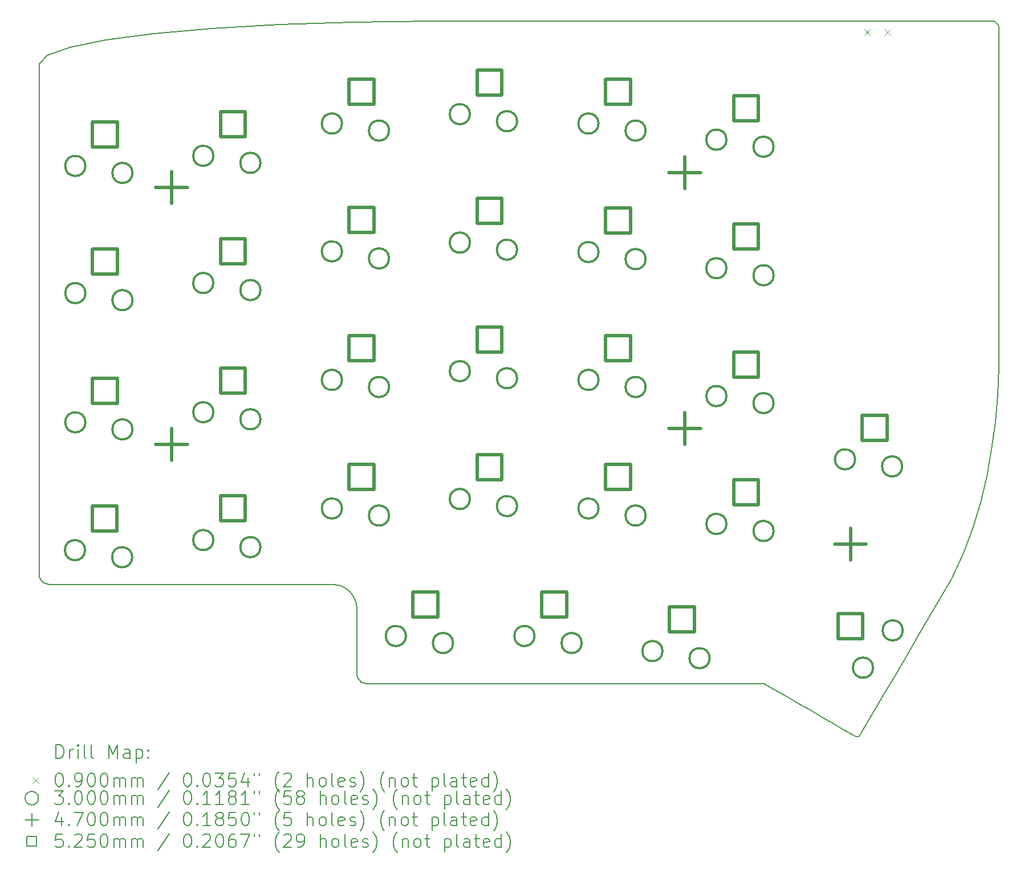
<source format=gbr>
%TF.GenerationSoftware,KiCad,Pcbnew,7.0.10*%
%TF.CreationDate,2024-03-21T01:03:03+01:00*%
%TF.ProjectId,allium58,616c6c69-756d-4353-982e-6b696361645f,rev?*%
%TF.SameCoordinates,Original*%
%TF.FileFunction,Drillmap*%
%TF.FilePolarity,Positive*%
%FSLAX45Y45*%
G04 Gerber Fmt 4.5, Leading zero omitted, Abs format (unit mm)*
G04 Created by KiCad (PCBNEW 7.0.10) date 2024-03-21 01:03:03*
%MOMM*%
%LPD*%
G01*
G04 APERTURE LIST*
%ADD10C,0.200000*%
%ADD11C,0.100000*%
%ADD12C,0.300000*%
%ADD13C,0.470000*%
%ADD14C,0.525000*%
G04 APERTURE END LIST*
D10*
X16814992Y-3708676D02*
X15774208Y-3708676D01*
X2817813Y-12078973D02*
X2787563Y-12075929D01*
X14097859Y-13939120D02*
X14265428Y-14036134D01*
X16814992Y-3708676D02*
X16836166Y-3710807D01*
X7381878Y-13281601D02*
X7381878Y-13159797D01*
X13930290Y-13842106D02*
X14097859Y-13939120D01*
X7381878Y-12794385D02*
X7381878Y-12672581D01*
X16046956Y-12285474D02*
X16214526Y-11998842D01*
X5978361Y-12078973D02*
X6505120Y-12078973D01*
X16873719Y-3726596D02*
X16889256Y-3739412D01*
X4924845Y-12078973D02*
X5451603Y-12078973D01*
X7314856Y-3721565D02*
X6221859Y-3758537D01*
X14768137Y-14327176D02*
X14784926Y-14335728D01*
X16920060Y-7597836D02*
X16920060Y-8228530D01*
X11611075Y-3708676D02*
X10570291Y-3708676D01*
X7031878Y-12078973D02*
X7102460Y-12086078D01*
X14784926Y-14335728D02*
X14800792Y-14340447D01*
X2785966Y-4215619D02*
X2667813Y-4343676D01*
X7102460Y-12086078D02*
X7168180Y-12106456D01*
X7168180Y-12106456D02*
X7227635Y-12138706D01*
X14432998Y-14133148D02*
X14600567Y-14230162D01*
X12690543Y-13551166D02*
X13427495Y-13551166D01*
X16889256Y-3739412D02*
X16902072Y-3754949D01*
X2733917Y-12053374D02*
X2711721Y-12035065D01*
X7384922Y-13431415D02*
X7381878Y-13401166D01*
X16836166Y-3710807D02*
X16855882Y-3716921D01*
X9742734Y-13551166D02*
X10479687Y-13551166D01*
X3344571Y-12078973D02*
X3871329Y-12078973D01*
X2667813Y-11928973D02*
X2667813Y-10980811D01*
X2787563Y-12075929D02*
X2759397Y-12067195D01*
X15879387Y-12572106D02*
X16046956Y-12285474D01*
X2670857Y-11959223D02*
X2667813Y-11928973D01*
X3124881Y-4096385D02*
X2785966Y-4215619D01*
X2667813Y-6240000D02*
X2667813Y-5291838D01*
X7501628Y-13548121D02*
X7473463Y-13539388D01*
X16920060Y-3813676D02*
X16920060Y-4444370D01*
X13692641Y-3708676D02*
X12651858Y-3708676D01*
X7393656Y-13459581D02*
X7384922Y-13431415D01*
X9529508Y-3708676D02*
X8488725Y-3708676D01*
X7447982Y-13525566D02*
X7425786Y-13507257D01*
X7531878Y-13551166D02*
X8268830Y-13551166D01*
X12651858Y-3708676D02*
X11611075Y-3708676D01*
X10570291Y-3708676D02*
X9529508Y-3708676D01*
X7407478Y-13485062D02*
X7393656Y-13459581D01*
X14265428Y-14036134D02*
X14432998Y-14133148D01*
X16811715Y-10069083D02*
X16864783Y-9665766D01*
X4371737Y-3894556D02*
X3661243Y-3988516D01*
X13595151Y-13648078D02*
X13762720Y-13745092D01*
X16920060Y-5705756D02*
X16920060Y-6336449D01*
X6505120Y-12078973D02*
X7031878Y-12078973D01*
X7381878Y-13401166D02*
X7381878Y-13281601D01*
X2667813Y-5291838D02*
X2667813Y-4343676D01*
X14733425Y-3708676D02*
X13692641Y-3708676D01*
X2667813Y-8136324D02*
X2667813Y-7188162D01*
X13762720Y-13745092D02*
X13930290Y-13842106D01*
X7279424Y-12181427D02*
X7322145Y-12233216D01*
X16920060Y-6967143D02*
X16920060Y-7597836D01*
X2679591Y-11987389D02*
X2670857Y-11959223D01*
X16902072Y-3754949D02*
X16911747Y-3772785D01*
X15544248Y-13145370D02*
X15711817Y-12858738D01*
X15209109Y-13718634D02*
X15376678Y-13432002D01*
X15774208Y-3708676D02*
X14733425Y-3708676D01*
X10479687Y-13551166D02*
X11216639Y-13551166D01*
X7354395Y-12292671D02*
X7374773Y-12358391D01*
X2667813Y-7188162D02*
X2667813Y-6240000D01*
X7425786Y-13507257D02*
X7407478Y-13485062D01*
X15711817Y-12858738D02*
X15879387Y-12572106D01*
X7381878Y-12550777D02*
X7381878Y-12428973D01*
X16645012Y-10864913D02*
X16739104Y-10469525D01*
X2759397Y-12067195D02*
X2733917Y-12053374D01*
X4398087Y-12078973D02*
X4924845Y-12078973D01*
X7381878Y-13037993D02*
X7381878Y-12916189D01*
X14815687Y-14341397D02*
X14829566Y-14338644D01*
X5233047Y-3817049D02*
X4371737Y-3894556D01*
X2711721Y-12035065D02*
X2693413Y-12012870D01*
X14854083Y-14322288D02*
X14864629Y-14308815D01*
X16855882Y-3716921D02*
X16873719Y-3726596D01*
X8268830Y-13551166D02*
X9005782Y-13551166D01*
X14600567Y-14230162D02*
X14768137Y-14327176D01*
X6221859Y-3758537D02*
X5233047Y-3817049D01*
X2693413Y-12012870D02*
X2679591Y-11987389D01*
X16739104Y-10469525D02*
X16811715Y-10069083D01*
X2817813Y-12078973D02*
X3344571Y-12078973D01*
X15041540Y-14005266D02*
X15209109Y-13718634D01*
X13427581Y-13551064D02*
X13595151Y-13648078D01*
X3661243Y-3988516D02*
X3124881Y-4096385D01*
X15376678Y-13432002D02*
X15544248Y-13145370D01*
X2667813Y-9084487D02*
X2667813Y-8136324D01*
X7381878Y-12672581D02*
X7381878Y-12550777D01*
X16911747Y-3772785D02*
X16917860Y-3792501D01*
X16527502Y-11253067D02*
X16645012Y-10864913D01*
X7322145Y-12233216D02*
X7354395Y-12292671D01*
X5451603Y-12078973D02*
X5978361Y-12078973D01*
X14864629Y-14308815D02*
X14873970Y-14291898D01*
X16917860Y-3792501D02*
X16919992Y-3813676D01*
X16214479Y-11998954D02*
X16384637Y-11631807D01*
X16864783Y-9665766D02*
X16900244Y-9261756D01*
X7374773Y-12358391D02*
X7381878Y-12428973D01*
X7473463Y-13539388D02*
X7447982Y-13525566D01*
X16920060Y-6336449D02*
X16920060Y-6967143D01*
X16920060Y-5075063D02*
X16920060Y-5705756D01*
X14873970Y-14291898D02*
X15041540Y-14005266D01*
X14842380Y-14332253D02*
X14854083Y-14322288D01*
X7381878Y-12916189D02*
X7381878Y-12794385D01*
X2667813Y-10980811D02*
X2667813Y-10032649D01*
X16920060Y-8228530D02*
X16920060Y-8859223D01*
X7381878Y-13159797D02*
X7381878Y-13037993D01*
X14829566Y-14338644D02*
X14842380Y-14332253D01*
X8488725Y-3708676D02*
X7314856Y-3721565D01*
X16920060Y-4444370D02*
X16920060Y-5075063D01*
X7227635Y-12138706D02*
X7279424Y-12181427D01*
X3871329Y-12078973D02*
X4398087Y-12078973D01*
X11216639Y-13551166D02*
X11953591Y-13551166D01*
X9005782Y-13551166D02*
X9742734Y-13551166D01*
X11953591Y-13551166D02*
X12690543Y-13551166D01*
X2667813Y-10032649D02*
X2667813Y-9084487D01*
X7531878Y-13551166D02*
X7501628Y-13548121D01*
X16900244Y-9261756D02*
X16920035Y-8859232D01*
X14800792Y-14340447D02*
X14815687Y-14341397D01*
X16384637Y-11631807D02*
X16527502Y-11253067D01*
D11*
X14918810Y-3830300D02*
X15008810Y-3920300D01*
X15008810Y-3830300D02*
X14918810Y-3920300D01*
X15218810Y-3830300D02*
X15308810Y-3920300D01*
X15308810Y-3830300D02*
X15218810Y-3920300D01*
D12*
X3348810Y-11570000D02*
G75*
G03*
X3048810Y-11570000I-150000J0D01*
G01*
X3048810Y-11570000D02*
G75*
G03*
X3348810Y-11570000I150000J0D01*
G01*
X3353810Y-5860000D02*
G75*
G03*
X3053810Y-5860000I-150000J0D01*
G01*
X3053810Y-5860000D02*
G75*
G03*
X3353810Y-5860000I150000J0D01*
G01*
X3353810Y-7750000D02*
G75*
G03*
X3053810Y-7750000I-150000J0D01*
G01*
X3053810Y-7750000D02*
G75*
G03*
X3353810Y-7750000I150000J0D01*
G01*
X3353810Y-9670000D02*
G75*
G03*
X3053810Y-9670000I-150000J0D01*
G01*
X3053810Y-9670000D02*
G75*
G03*
X3353810Y-9670000I150000J0D01*
G01*
X4048810Y-11675000D02*
G75*
G03*
X3748810Y-11675000I-150000J0D01*
G01*
X3748810Y-11675000D02*
G75*
G03*
X4048810Y-11675000I150000J0D01*
G01*
X4053810Y-5965000D02*
G75*
G03*
X3753810Y-5965000I-150000J0D01*
G01*
X3753810Y-5965000D02*
G75*
G03*
X4053810Y-5965000I150000J0D01*
G01*
X4053810Y-7855000D02*
G75*
G03*
X3753810Y-7855000I-150000J0D01*
G01*
X3753810Y-7855000D02*
G75*
G03*
X4053810Y-7855000I150000J0D01*
G01*
X4053810Y-9775000D02*
G75*
G03*
X3753810Y-9775000I-150000J0D01*
G01*
X3753810Y-9775000D02*
G75*
G03*
X4053810Y-9775000I150000J0D01*
G01*
X5253810Y-5710000D02*
G75*
G03*
X4953810Y-5710000I-150000J0D01*
G01*
X4953810Y-5710000D02*
G75*
G03*
X5253810Y-5710000I150000J0D01*
G01*
X5253810Y-7600000D02*
G75*
G03*
X4953810Y-7600000I-150000J0D01*
G01*
X4953810Y-7600000D02*
G75*
G03*
X5253810Y-7600000I150000J0D01*
G01*
X5253810Y-9520000D02*
G75*
G03*
X4953810Y-9520000I-150000J0D01*
G01*
X4953810Y-9520000D02*
G75*
G03*
X5253810Y-9520000I150000J0D01*
G01*
X5253810Y-11420000D02*
G75*
G03*
X4953810Y-11420000I-150000J0D01*
G01*
X4953810Y-11420000D02*
G75*
G03*
X5253810Y-11420000I150000J0D01*
G01*
X5953810Y-5815000D02*
G75*
G03*
X5653810Y-5815000I-150000J0D01*
G01*
X5653810Y-5815000D02*
G75*
G03*
X5953810Y-5815000I150000J0D01*
G01*
X5953810Y-7705000D02*
G75*
G03*
X5653810Y-7705000I-150000J0D01*
G01*
X5653810Y-7705000D02*
G75*
G03*
X5953810Y-7705000I150000J0D01*
G01*
X5953810Y-9625000D02*
G75*
G03*
X5653810Y-9625000I-150000J0D01*
G01*
X5653810Y-9625000D02*
G75*
G03*
X5953810Y-9625000I150000J0D01*
G01*
X5953810Y-11525000D02*
G75*
G03*
X5653810Y-11525000I-150000J0D01*
G01*
X5653810Y-11525000D02*
G75*
G03*
X5953810Y-11525000I150000J0D01*
G01*
X7163810Y-5230000D02*
G75*
G03*
X6863810Y-5230000I-150000J0D01*
G01*
X6863810Y-5230000D02*
G75*
G03*
X7163810Y-5230000I150000J0D01*
G01*
X7163810Y-7130000D02*
G75*
G03*
X6863810Y-7130000I-150000J0D01*
G01*
X6863810Y-7130000D02*
G75*
G03*
X7163810Y-7130000I150000J0D01*
G01*
X7163810Y-9040000D02*
G75*
G03*
X6863810Y-9040000I-150000J0D01*
G01*
X6863810Y-9040000D02*
G75*
G03*
X7163810Y-9040000I150000J0D01*
G01*
X7163810Y-10950000D02*
G75*
G03*
X6863810Y-10950000I-150000J0D01*
G01*
X6863810Y-10950000D02*
G75*
G03*
X7163810Y-10950000I150000J0D01*
G01*
X7863810Y-5335000D02*
G75*
G03*
X7563810Y-5335000I-150000J0D01*
G01*
X7563810Y-5335000D02*
G75*
G03*
X7863810Y-5335000I150000J0D01*
G01*
X7863810Y-7235000D02*
G75*
G03*
X7563810Y-7235000I-150000J0D01*
G01*
X7563810Y-7235000D02*
G75*
G03*
X7863810Y-7235000I150000J0D01*
G01*
X7863810Y-9145000D02*
G75*
G03*
X7563810Y-9145000I-150000J0D01*
G01*
X7563810Y-9145000D02*
G75*
G03*
X7863810Y-9145000I150000J0D01*
G01*
X7863810Y-11055000D02*
G75*
G03*
X7563810Y-11055000I-150000J0D01*
G01*
X7563810Y-11055000D02*
G75*
G03*
X7863810Y-11055000I150000J0D01*
G01*
X8113810Y-12845000D02*
G75*
G03*
X7813810Y-12845000I-150000J0D01*
G01*
X7813810Y-12845000D02*
G75*
G03*
X8113810Y-12845000I150000J0D01*
G01*
X8813810Y-12950000D02*
G75*
G03*
X8513810Y-12950000I-150000J0D01*
G01*
X8513810Y-12950000D02*
G75*
G03*
X8813810Y-12950000I150000J0D01*
G01*
X9063810Y-5091000D02*
G75*
G03*
X8763810Y-5091000I-150000J0D01*
G01*
X8763810Y-5091000D02*
G75*
G03*
X9063810Y-5091000I150000J0D01*
G01*
X9063810Y-7000000D02*
G75*
G03*
X8763810Y-7000000I-150000J0D01*
G01*
X8763810Y-7000000D02*
G75*
G03*
X9063810Y-7000000I150000J0D01*
G01*
X9063810Y-8910000D02*
G75*
G03*
X8763810Y-8910000I-150000J0D01*
G01*
X8763810Y-8910000D02*
G75*
G03*
X9063810Y-8910000I150000J0D01*
G01*
X9063810Y-10810000D02*
G75*
G03*
X8763810Y-10810000I-150000J0D01*
G01*
X8763810Y-10810000D02*
G75*
G03*
X9063810Y-10810000I150000J0D01*
G01*
X9763810Y-5196000D02*
G75*
G03*
X9463810Y-5196000I-150000J0D01*
G01*
X9463810Y-5196000D02*
G75*
G03*
X9763810Y-5196000I150000J0D01*
G01*
X9763810Y-7105000D02*
G75*
G03*
X9463810Y-7105000I-150000J0D01*
G01*
X9463810Y-7105000D02*
G75*
G03*
X9763810Y-7105000I150000J0D01*
G01*
X9763810Y-9015000D02*
G75*
G03*
X9463810Y-9015000I-150000J0D01*
G01*
X9463810Y-9015000D02*
G75*
G03*
X9763810Y-9015000I150000J0D01*
G01*
X9763810Y-10915000D02*
G75*
G03*
X9463810Y-10915000I-150000J0D01*
G01*
X9463810Y-10915000D02*
G75*
G03*
X9763810Y-10915000I150000J0D01*
G01*
X10023810Y-12845000D02*
G75*
G03*
X9723810Y-12845000I-150000J0D01*
G01*
X9723810Y-12845000D02*
G75*
G03*
X10023810Y-12845000I150000J0D01*
G01*
X10723810Y-12950000D02*
G75*
G03*
X10423810Y-12950000I-150000J0D01*
G01*
X10423810Y-12950000D02*
G75*
G03*
X10723810Y-12950000I150000J0D01*
G01*
X10973810Y-5230000D02*
G75*
G03*
X10673810Y-5230000I-150000J0D01*
G01*
X10673810Y-5230000D02*
G75*
G03*
X10973810Y-5230000I150000J0D01*
G01*
X10973810Y-7140000D02*
G75*
G03*
X10673810Y-7140000I-150000J0D01*
G01*
X10673810Y-7140000D02*
G75*
G03*
X10973810Y-7140000I150000J0D01*
G01*
X10973810Y-9040000D02*
G75*
G03*
X10673810Y-9040000I-150000J0D01*
G01*
X10673810Y-9040000D02*
G75*
G03*
X10973810Y-9040000I150000J0D01*
G01*
X10973810Y-10950000D02*
G75*
G03*
X10673810Y-10950000I-150000J0D01*
G01*
X10673810Y-10950000D02*
G75*
G03*
X10973810Y-10950000I150000J0D01*
G01*
X11673810Y-5335000D02*
G75*
G03*
X11373810Y-5335000I-150000J0D01*
G01*
X11373810Y-5335000D02*
G75*
G03*
X11673810Y-5335000I150000J0D01*
G01*
X11673810Y-7245000D02*
G75*
G03*
X11373810Y-7245000I-150000J0D01*
G01*
X11373810Y-7245000D02*
G75*
G03*
X11673810Y-7245000I150000J0D01*
G01*
X11673810Y-9145000D02*
G75*
G03*
X11373810Y-9145000I-150000J0D01*
G01*
X11373810Y-9145000D02*
G75*
G03*
X11673810Y-9145000I150000J0D01*
G01*
X11673810Y-11055000D02*
G75*
G03*
X11373810Y-11055000I-150000J0D01*
G01*
X11373810Y-11055000D02*
G75*
G03*
X11673810Y-11055000I150000J0D01*
G01*
X11923810Y-13070000D02*
G75*
G03*
X11623810Y-13070000I-150000J0D01*
G01*
X11623810Y-13070000D02*
G75*
G03*
X11923810Y-13070000I150000J0D01*
G01*
X12623810Y-13175000D02*
G75*
G03*
X12323810Y-13175000I-150000J0D01*
G01*
X12323810Y-13175000D02*
G75*
G03*
X12623810Y-13175000I150000J0D01*
G01*
X12873810Y-5470000D02*
G75*
G03*
X12573810Y-5470000I-150000J0D01*
G01*
X12573810Y-5470000D02*
G75*
G03*
X12873810Y-5470000I150000J0D01*
G01*
X12873810Y-7380000D02*
G75*
G03*
X12573810Y-7380000I-150000J0D01*
G01*
X12573810Y-7380000D02*
G75*
G03*
X12873810Y-7380000I150000J0D01*
G01*
X12873810Y-9280000D02*
G75*
G03*
X12573810Y-9280000I-150000J0D01*
G01*
X12573810Y-9280000D02*
G75*
G03*
X12873810Y-9280000I150000J0D01*
G01*
X12873810Y-11180000D02*
G75*
G03*
X12573810Y-11180000I-150000J0D01*
G01*
X12573810Y-11180000D02*
G75*
G03*
X12873810Y-11180000I150000J0D01*
G01*
X13573810Y-5575000D02*
G75*
G03*
X13273810Y-5575000I-150000J0D01*
G01*
X13273810Y-5575000D02*
G75*
G03*
X13573810Y-5575000I150000J0D01*
G01*
X13573810Y-7485000D02*
G75*
G03*
X13273810Y-7485000I-150000J0D01*
G01*
X13273810Y-7485000D02*
G75*
G03*
X13573810Y-7485000I150000J0D01*
G01*
X13573810Y-9385000D02*
G75*
G03*
X13273810Y-9385000I-150000J0D01*
G01*
X13273810Y-9385000D02*
G75*
G03*
X13573810Y-9385000I150000J0D01*
G01*
X13573810Y-11285000D02*
G75*
G03*
X13273810Y-11285000I-150000J0D01*
G01*
X13273810Y-11285000D02*
G75*
G03*
X13573810Y-11285000I150000J0D01*
G01*
X14783810Y-10220000D02*
G75*
G03*
X14483810Y-10220000I-150000J0D01*
G01*
X14483810Y-10220000D02*
G75*
G03*
X14783810Y-10220000I150000J0D01*
G01*
X15050842Y-13316051D02*
G75*
G03*
X14750842Y-13316051I-150000J0D01*
G01*
X14750842Y-13316051D02*
G75*
G03*
X15050842Y-13316051I150000J0D01*
G01*
X15483810Y-10325000D02*
G75*
G03*
X15183810Y-10325000I-150000J0D01*
G01*
X15183810Y-10325000D02*
G75*
G03*
X15483810Y-10325000I150000J0D01*
G01*
X15491775Y-12762333D02*
G75*
G03*
X15191775Y-12762333I-150000J0D01*
G01*
X15191775Y-12762333D02*
G75*
G03*
X15491775Y-12762333I150000J0D01*
G01*
D13*
X4633810Y-5945000D02*
X4633810Y-6415000D01*
X4398810Y-6180000D02*
X4868810Y-6180000D01*
X4633810Y-9765000D02*
X4633810Y-10235000D01*
X4398810Y-10000000D02*
X4868810Y-10000000D01*
X12253810Y-5725000D02*
X12253810Y-6195000D01*
X12018810Y-5960000D02*
X12488810Y-5960000D01*
X12253810Y-9525000D02*
X12253810Y-9995000D01*
X12018810Y-9760000D02*
X12488810Y-9760000D01*
X14713810Y-11245000D02*
X14713810Y-11715000D01*
X14478810Y-11480000D02*
X14948810Y-11480000D01*
D14*
X3824427Y-11285617D02*
X3824427Y-10914383D01*
X3453193Y-10914383D01*
X3453193Y-11285617D01*
X3824427Y-11285617D01*
X3829427Y-5575617D02*
X3829427Y-5204383D01*
X3458193Y-5204383D01*
X3458193Y-5575617D01*
X3829427Y-5575617D01*
X3829427Y-7465617D02*
X3829427Y-7094383D01*
X3458193Y-7094383D01*
X3458193Y-7465617D01*
X3829427Y-7465617D01*
X3829427Y-9385617D02*
X3829427Y-9014383D01*
X3458193Y-9014383D01*
X3458193Y-9385617D01*
X3829427Y-9385617D01*
X5729427Y-5425617D02*
X5729427Y-5054383D01*
X5358193Y-5054383D01*
X5358193Y-5425617D01*
X5729427Y-5425617D01*
X5729427Y-7315617D02*
X5729427Y-6944383D01*
X5358193Y-6944383D01*
X5358193Y-7315617D01*
X5729427Y-7315617D01*
X5729427Y-9235617D02*
X5729427Y-8864383D01*
X5358193Y-8864383D01*
X5358193Y-9235617D01*
X5729427Y-9235617D01*
X5729427Y-11135617D02*
X5729427Y-10764383D01*
X5358193Y-10764383D01*
X5358193Y-11135617D01*
X5729427Y-11135617D01*
X7639427Y-4945617D02*
X7639427Y-4574383D01*
X7268193Y-4574383D01*
X7268193Y-4945617D01*
X7639427Y-4945617D01*
X7639427Y-6845617D02*
X7639427Y-6474383D01*
X7268193Y-6474383D01*
X7268193Y-6845617D01*
X7639427Y-6845617D01*
X7639427Y-8755617D02*
X7639427Y-8384383D01*
X7268193Y-8384383D01*
X7268193Y-8755617D01*
X7639427Y-8755617D01*
X7639427Y-10665617D02*
X7639427Y-10294383D01*
X7268193Y-10294383D01*
X7268193Y-10665617D01*
X7639427Y-10665617D01*
X8589427Y-12560617D02*
X8589427Y-12189383D01*
X8218193Y-12189383D01*
X8218193Y-12560617D01*
X8589427Y-12560617D01*
X9539427Y-4806617D02*
X9539427Y-4435383D01*
X9168193Y-4435383D01*
X9168193Y-4806617D01*
X9539427Y-4806617D01*
X9539427Y-6715617D02*
X9539427Y-6344383D01*
X9168193Y-6344383D01*
X9168193Y-6715617D01*
X9539427Y-6715617D01*
X9539427Y-8625617D02*
X9539427Y-8254383D01*
X9168193Y-8254383D01*
X9168193Y-8625617D01*
X9539427Y-8625617D01*
X9539427Y-10525617D02*
X9539427Y-10154383D01*
X9168193Y-10154383D01*
X9168193Y-10525617D01*
X9539427Y-10525617D01*
X10499427Y-12560617D02*
X10499427Y-12189383D01*
X10128193Y-12189383D01*
X10128193Y-12560617D01*
X10499427Y-12560617D01*
X11449427Y-4945617D02*
X11449427Y-4574383D01*
X11078193Y-4574383D01*
X11078193Y-4945617D01*
X11449427Y-4945617D01*
X11449427Y-6855617D02*
X11449427Y-6484383D01*
X11078193Y-6484383D01*
X11078193Y-6855617D01*
X11449427Y-6855617D01*
X11449427Y-8755617D02*
X11449427Y-8384383D01*
X11078193Y-8384383D01*
X11078193Y-8755617D01*
X11449427Y-8755617D01*
X11449427Y-10665617D02*
X11449427Y-10294383D01*
X11078193Y-10294383D01*
X11078193Y-10665617D01*
X11449427Y-10665617D01*
X12399427Y-12785617D02*
X12399427Y-12414383D01*
X12028193Y-12414383D01*
X12028193Y-12785617D01*
X12399427Y-12785617D01*
X13349427Y-5185617D02*
X13349427Y-4814383D01*
X12978193Y-4814383D01*
X12978193Y-5185617D01*
X13349427Y-5185617D01*
X13349427Y-7095617D02*
X13349427Y-6724383D01*
X12978193Y-6724383D01*
X12978193Y-7095617D01*
X13349427Y-7095617D01*
X13349427Y-8995617D02*
X13349427Y-8624383D01*
X12978193Y-8624383D01*
X12978193Y-8995617D01*
X13349427Y-8995617D01*
X13349427Y-10895617D02*
X13349427Y-10524383D01*
X12978193Y-10524383D01*
X12978193Y-10895617D01*
X13349427Y-10895617D01*
X14899427Y-12885617D02*
X14899427Y-12514383D01*
X14528193Y-12514383D01*
X14528193Y-12885617D01*
X14899427Y-12885617D01*
X15259427Y-9935617D02*
X15259427Y-9564383D01*
X14888193Y-9564383D01*
X14888193Y-9935617D01*
X15259427Y-9935617D01*
D10*
X2918589Y-14662881D02*
X2918589Y-14462881D01*
X2918589Y-14462881D02*
X2966208Y-14462881D01*
X2966208Y-14462881D02*
X2994780Y-14472405D01*
X2994780Y-14472405D02*
X3013827Y-14491453D01*
X3013827Y-14491453D02*
X3023351Y-14510500D01*
X3023351Y-14510500D02*
X3032875Y-14548595D01*
X3032875Y-14548595D02*
X3032875Y-14577167D01*
X3032875Y-14577167D02*
X3023351Y-14615262D01*
X3023351Y-14615262D02*
X3013827Y-14634310D01*
X3013827Y-14634310D02*
X2994780Y-14653357D01*
X2994780Y-14653357D02*
X2966208Y-14662881D01*
X2966208Y-14662881D02*
X2918589Y-14662881D01*
X3118589Y-14662881D02*
X3118589Y-14529548D01*
X3118589Y-14567643D02*
X3128113Y-14548595D01*
X3128113Y-14548595D02*
X3137637Y-14539072D01*
X3137637Y-14539072D02*
X3156685Y-14529548D01*
X3156685Y-14529548D02*
X3175732Y-14529548D01*
X3242399Y-14662881D02*
X3242399Y-14529548D01*
X3242399Y-14462881D02*
X3232875Y-14472405D01*
X3232875Y-14472405D02*
X3242399Y-14481929D01*
X3242399Y-14481929D02*
X3251923Y-14472405D01*
X3251923Y-14472405D02*
X3242399Y-14462881D01*
X3242399Y-14462881D02*
X3242399Y-14481929D01*
X3366208Y-14662881D02*
X3347161Y-14653357D01*
X3347161Y-14653357D02*
X3337637Y-14634310D01*
X3337637Y-14634310D02*
X3337637Y-14462881D01*
X3470970Y-14662881D02*
X3451923Y-14653357D01*
X3451923Y-14653357D02*
X3442399Y-14634310D01*
X3442399Y-14634310D02*
X3442399Y-14462881D01*
X3699542Y-14662881D02*
X3699542Y-14462881D01*
X3699542Y-14462881D02*
X3766208Y-14605738D01*
X3766208Y-14605738D02*
X3832875Y-14462881D01*
X3832875Y-14462881D02*
X3832875Y-14662881D01*
X4013827Y-14662881D02*
X4013827Y-14558119D01*
X4013827Y-14558119D02*
X4004304Y-14539072D01*
X4004304Y-14539072D02*
X3985256Y-14529548D01*
X3985256Y-14529548D02*
X3947161Y-14529548D01*
X3947161Y-14529548D02*
X3928113Y-14539072D01*
X4013827Y-14653357D02*
X3994780Y-14662881D01*
X3994780Y-14662881D02*
X3947161Y-14662881D01*
X3947161Y-14662881D02*
X3928113Y-14653357D01*
X3928113Y-14653357D02*
X3918589Y-14634310D01*
X3918589Y-14634310D02*
X3918589Y-14615262D01*
X3918589Y-14615262D02*
X3928113Y-14596214D01*
X3928113Y-14596214D02*
X3947161Y-14586691D01*
X3947161Y-14586691D02*
X3994780Y-14586691D01*
X3994780Y-14586691D02*
X4013827Y-14577167D01*
X4109066Y-14529548D02*
X4109066Y-14729548D01*
X4109066Y-14539072D02*
X4128113Y-14529548D01*
X4128113Y-14529548D02*
X4166208Y-14529548D01*
X4166208Y-14529548D02*
X4185256Y-14539072D01*
X4185256Y-14539072D02*
X4194780Y-14548595D01*
X4194780Y-14548595D02*
X4204304Y-14567643D01*
X4204304Y-14567643D02*
X4204304Y-14624786D01*
X4204304Y-14624786D02*
X4194780Y-14643833D01*
X4194780Y-14643833D02*
X4185256Y-14653357D01*
X4185256Y-14653357D02*
X4166208Y-14662881D01*
X4166208Y-14662881D02*
X4128113Y-14662881D01*
X4128113Y-14662881D02*
X4109066Y-14653357D01*
X4290018Y-14643833D02*
X4299542Y-14653357D01*
X4299542Y-14653357D02*
X4290018Y-14662881D01*
X4290018Y-14662881D02*
X4280494Y-14653357D01*
X4280494Y-14653357D02*
X4290018Y-14643833D01*
X4290018Y-14643833D02*
X4290018Y-14662881D01*
X4290018Y-14539072D02*
X4299542Y-14548595D01*
X4299542Y-14548595D02*
X4290018Y-14558119D01*
X4290018Y-14558119D02*
X4280494Y-14548595D01*
X4280494Y-14548595D02*
X4290018Y-14539072D01*
X4290018Y-14539072D02*
X4290018Y-14558119D01*
D11*
X2567813Y-14946397D02*
X2657813Y-15036397D01*
X2657813Y-14946397D02*
X2567813Y-15036397D01*
D10*
X2956685Y-14882881D02*
X2975732Y-14882881D01*
X2975732Y-14882881D02*
X2994780Y-14892405D01*
X2994780Y-14892405D02*
X3004304Y-14901929D01*
X3004304Y-14901929D02*
X3013827Y-14920976D01*
X3013827Y-14920976D02*
X3023351Y-14959072D01*
X3023351Y-14959072D02*
X3023351Y-15006691D01*
X3023351Y-15006691D02*
X3013827Y-15044786D01*
X3013827Y-15044786D02*
X3004304Y-15063833D01*
X3004304Y-15063833D02*
X2994780Y-15073357D01*
X2994780Y-15073357D02*
X2975732Y-15082881D01*
X2975732Y-15082881D02*
X2956685Y-15082881D01*
X2956685Y-15082881D02*
X2937637Y-15073357D01*
X2937637Y-15073357D02*
X2928113Y-15063833D01*
X2928113Y-15063833D02*
X2918589Y-15044786D01*
X2918589Y-15044786D02*
X2909066Y-15006691D01*
X2909066Y-15006691D02*
X2909066Y-14959072D01*
X2909066Y-14959072D02*
X2918589Y-14920976D01*
X2918589Y-14920976D02*
X2928113Y-14901929D01*
X2928113Y-14901929D02*
X2937637Y-14892405D01*
X2937637Y-14892405D02*
X2956685Y-14882881D01*
X3109066Y-15063833D02*
X3118589Y-15073357D01*
X3118589Y-15073357D02*
X3109066Y-15082881D01*
X3109066Y-15082881D02*
X3099542Y-15073357D01*
X3099542Y-15073357D02*
X3109066Y-15063833D01*
X3109066Y-15063833D02*
X3109066Y-15082881D01*
X3213827Y-15082881D02*
X3251923Y-15082881D01*
X3251923Y-15082881D02*
X3270970Y-15073357D01*
X3270970Y-15073357D02*
X3280494Y-15063833D01*
X3280494Y-15063833D02*
X3299542Y-15035262D01*
X3299542Y-15035262D02*
X3309066Y-14997167D01*
X3309066Y-14997167D02*
X3309066Y-14920976D01*
X3309066Y-14920976D02*
X3299542Y-14901929D01*
X3299542Y-14901929D02*
X3290018Y-14892405D01*
X3290018Y-14892405D02*
X3270970Y-14882881D01*
X3270970Y-14882881D02*
X3232875Y-14882881D01*
X3232875Y-14882881D02*
X3213827Y-14892405D01*
X3213827Y-14892405D02*
X3204304Y-14901929D01*
X3204304Y-14901929D02*
X3194780Y-14920976D01*
X3194780Y-14920976D02*
X3194780Y-14968595D01*
X3194780Y-14968595D02*
X3204304Y-14987643D01*
X3204304Y-14987643D02*
X3213827Y-14997167D01*
X3213827Y-14997167D02*
X3232875Y-15006691D01*
X3232875Y-15006691D02*
X3270970Y-15006691D01*
X3270970Y-15006691D02*
X3290018Y-14997167D01*
X3290018Y-14997167D02*
X3299542Y-14987643D01*
X3299542Y-14987643D02*
X3309066Y-14968595D01*
X3432875Y-14882881D02*
X3451923Y-14882881D01*
X3451923Y-14882881D02*
X3470970Y-14892405D01*
X3470970Y-14892405D02*
X3480494Y-14901929D01*
X3480494Y-14901929D02*
X3490018Y-14920976D01*
X3490018Y-14920976D02*
X3499542Y-14959072D01*
X3499542Y-14959072D02*
X3499542Y-15006691D01*
X3499542Y-15006691D02*
X3490018Y-15044786D01*
X3490018Y-15044786D02*
X3480494Y-15063833D01*
X3480494Y-15063833D02*
X3470970Y-15073357D01*
X3470970Y-15073357D02*
X3451923Y-15082881D01*
X3451923Y-15082881D02*
X3432875Y-15082881D01*
X3432875Y-15082881D02*
X3413827Y-15073357D01*
X3413827Y-15073357D02*
X3404304Y-15063833D01*
X3404304Y-15063833D02*
X3394780Y-15044786D01*
X3394780Y-15044786D02*
X3385256Y-15006691D01*
X3385256Y-15006691D02*
X3385256Y-14959072D01*
X3385256Y-14959072D02*
X3394780Y-14920976D01*
X3394780Y-14920976D02*
X3404304Y-14901929D01*
X3404304Y-14901929D02*
X3413827Y-14892405D01*
X3413827Y-14892405D02*
X3432875Y-14882881D01*
X3623351Y-14882881D02*
X3642399Y-14882881D01*
X3642399Y-14882881D02*
X3661447Y-14892405D01*
X3661447Y-14892405D02*
X3670970Y-14901929D01*
X3670970Y-14901929D02*
X3680494Y-14920976D01*
X3680494Y-14920976D02*
X3690018Y-14959072D01*
X3690018Y-14959072D02*
X3690018Y-15006691D01*
X3690018Y-15006691D02*
X3680494Y-15044786D01*
X3680494Y-15044786D02*
X3670970Y-15063833D01*
X3670970Y-15063833D02*
X3661447Y-15073357D01*
X3661447Y-15073357D02*
X3642399Y-15082881D01*
X3642399Y-15082881D02*
X3623351Y-15082881D01*
X3623351Y-15082881D02*
X3604304Y-15073357D01*
X3604304Y-15073357D02*
X3594780Y-15063833D01*
X3594780Y-15063833D02*
X3585256Y-15044786D01*
X3585256Y-15044786D02*
X3575732Y-15006691D01*
X3575732Y-15006691D02*
X3575732Y-14959072D01*
X3575732Y-14959072D02*
X3585256Y-14920976D01*
X3585256Y-14920976D02*
X3594780Y-14901929D01*
X3594780Y-14901929D02*
X3604304Y-14892405D01*
X3604304Y-14892405D02*
X3623351Y-14882881D01*
X3775732Y-15082881D02*
X3775732Y-14949548D01*
X3775732Y-14968595D02*
X3785256Y-14959072D01*
X3785256Y-14959072D02*
X3804304Y-14949548D01*
X3804304Y-14949548D02*
X3832875Y-14949548D01*
X3832875Y-14949548D02*
X3851923Y-14959072D01*
X3851923Y-14959072D02*
X3861447Y-14978119D01*
X3861447Y-14978119D02*
X3861447Y-15082881D01*
X3861447Y-14978119D02*
X3870970Y-14959072D01*
X3870970Y-14959072D02*
X3890018Y-14949548D01*
X3890018Y-14949548D02*
X3918589Y-14949548D01*
X3918589Y-14949548D02*
X3937637Y-14959072D01*
X3937637Y-14959072D02*
X3947161Y-14978119D01*
X3947161Y-14978119D02*
X3947161Y-15082881D01*
X4042399Y-15082881D02*
X4042399Y-14949548D01*
X4042399Y-14968595D02*
X4051923Y-14959072D01*
X4051923Y-14959072D02*
X4070970Y-14949548D01*
X4070970Y-14949548D02*
X4099542Y-14949548D01*
X4099542Y-14949548D02*
X4118589Y-14959072D01*
X4118589Y-14959072D02*
X4128113Y-14978119D01*
X4128113Y-14978119D02*
X4128113Y-15082881D01*
X4128113Y-14978119D02*
X4137637Y-14959072D01*
X4137637Y-14959072D02*
X4156685Y-14949548D01*
X4156685Y-14949548D02*
X4185256Y-14949548D01*
X4185256Y-14949548D02*
X4204304Y-14959072D01*
X4204304Y-14959072D02*
X4213828Y-14978119D01*
X4213828Y-14978119D02*
X4213828Y-15082881D01*
X4604304Y-14873357D02*
X4432875Y-15130500D01*
X4861447Y-14882881D02*
X4880494Y-14882881D01*
X4880494Y-14882881D02*
X4899542Y-14892405D01*
X4899542Y-14892405D02*
X4909066Y-14901929D01*
X4909066Y-14901929D02*
X4918590Y-14920976D01*
X4918590Y-14920976D02*
X4928113Y-14959072D01*
X4928113Y-14959072D02*
X4928113Y-15006691D01*
X4928113Y-15006691D02*
X4918590Y-15044786D01*
X4918590Y-15044786D02*
X4909066Y-15063833D01*
X4909066Y-15063833D02*
X4899542Y-15073357D01*
X4899542Y-15073357D02*
X4880494Y-15082881D01*
X4880494Y-15082881D02*
X4861447Y-15082881D01*
X4861447Y-15082881D02*
X4842399Y-15073357D01*
X4842399Y-15073357D02*
X4832875Y-15063833D01*
X4832875Y-15063833D02*
X4823352Y-15044786D01*
X4823352Y-15044786D02*
X4813828Y-15006691D01*
X4813828Y-15006691D02*
X4813828Y-14959072D01*
X4813828Y-14959072D02*
X4823352Y-14920976D01*
X4823352Y-14920976D02*
X4832875Y-14901929D01*
X4832875Y-14901929D02*
X4842399Y-14892405D01*
X4842399Y-14892405D02*
X4861447Y-14882881D01*
X5013828Y-15063833D02*
X5023352Y-15073357D01*
X5023352Y-15073357D02*
X5013828Y-15082881D01*
X5013828Y-15082881D02*
X5004304Y-15073357D01*
X5004304Y-15073357D02*
X5013828Y-15063833D01*
X5013828Y-15063833D02*
X5013828Y-15082881D01*
X5147161Y-14882881D02*
X5166209Y-14882881D01*
X5166209Y-14882881D02*
X5185256Y-14892405D01*
X5185256Y-14892405D02*
X5194780Y-14901929D01*
X5194780Y-14901929D02*
X5204304Y-14920976D01*
X5204304Y-14920976D02*
X5213828Y-14959072D01*
X5213828Y-14959072D02*
X5213828Y-15006691D01*
X5213828Y-15006691D02*
X5204304Y-15044786D01*
X5204304Y-15044786D02*
X5194780Y-15063833D01*
X5194780Y-15063833D02*
X5185256Y-15073357D01*
X5185256Y-15073357D02*
X5166209Y-15082881D01*
X5166209Y-15082881D02*
X5147161Y-15082881D01*
X5147161Y-15082881D02*
X5128113Y-15073357D01*
X5128113Y-15073357D02*
X5118590Y-15063833D01*
X5118590Y-15063833D02*
X5109066Y-15044786D01*
X5109066Y-15044786D02*
X5099542Y-15006691D01*
X5099542Y-15006691D02*
X5099542Y-14959072D01*
X5099542Y-14959072D02*
X5109066Y-14920976D01*
X5109066Y-14920976D02*
X5118590Y-14901929D01*
X5118590Y-14901929D02*
X5128113Y-14892405D01*
X5128113Y-14892405D02*
X5147161Y-14882881D01*
X5280494Y-14882881D02*
X5404304Y-14882881D01*
X5404304Y-14882881D02*
X5337637Y-14959072D01*
X5337637Y-14959072D02*
X5366209Y-14959072D01*
X5366209Y-14959072D02*
X5385256Y-14968595D01*
X5385256Y-14968595D02*
X5394780Y-14978119D01*
X5394780Y-14978119D02*
X5404304Y-14997167D01*
X5404304Y-14997167D02*
X5404304Y-15044786D01*
X5404304Y-15044786D02*
X5394780Y-15063833D01*
X5394780Y-15063833D02*
X5385256Y-15073357D01*
X5385256Y-15073357D02*
X5366209Y-15082881D01*
X5366209Y-15082881D02*
X5309066Y-15082881D01*
X5309066Y-15082881D02*
X5290018Y-15073357D01*
X5290018Y-15073357D02*
X5280494Y-15063833D01*
X5585256Y-14882881D02*
X5490018Y-14882881D01*
X5490018Y-14882881D02*
X5480494Y-14978119D01*
X5480494Y-14978119D02*
X5490018Y-14968595D01*
X5490018Y-14968595D02*
X5509066Y-14959072D01*
X5509066Y-14959072D02*
X5556685Y-14959072D01*
X5556685Y-14959072D02*
X5575733Y-14968595D01*
X5575733Y-14968595D02*
X5585256Y-14978119D01*
X5585256Y-14978119D02*
X5594780Y-14997167D01*
X5594780Y-14997167D02*
X5594780Y-15044786D01*
X5594780Y-15044786D02*
X5585256Y-15063833D01*
X5585256Y-15063833D02*
X5575733Y-15073357D01*
X5575733Y-15073357D02*
X5556685Y-15082881D01*
X5556685Y-15082881D02*
X5509066Y-15082881D01*
X5509066Y-15082881D02*
X5490018Y-15073357D01*
X5490018Y-15073357D02*
X5480494Y-15063833D01*
X5766209Y-14949548D02*
X5766209Y-15082881D01*
X5718590Y-14873357D02*
X5670971Y-15016214D01*
X5670971Y-15016214D02*
X5794780Y-15016214D01*
X5861447Y-14882881D02*
X5861447Y-14920976D01*
X5937637Y-14882881D02*
X5937637Y-14920976D01*
X6232875Y-15159072D02*
X6223352Y-15149548D01*
X6223352Y-15149548D02*
X6204304Y-15120976D01*
X6204304Y-15120976D02*
X6194780Y-15101929D01*
X6194780Y-15101929D02*
X6185256Y-15073357D01*
X6185256Y-15073357D02*
X6175733Y-15025738D01*
X6175733Y-15025738D02*
X6175733Y-14987643D01*
X6175733Y-14987643D02*
X6185256Y-14940024D01*
X6185256Y-14940024D02*
X6194780Y-14911453D01*
X6194780Y-14911453D02*
X6204304Y-14892405D01*
X6204304Y-14892405D02*
X6223352Y-14863833D01*
X6223352Y-14863833D02*
X6232875Y-14854310D01*
X6299542Y-14901929D02*
X6309066Y-14892405D01*
X6309066Y-14892405D02*
X6328113Y-14882881D01*
X6328113Y-14882881D02*
X6375733Y-14882881D01*
X6375733Y-14882881D02*
X6394780Y-14892405D01*
X6394780Y-14892405D02*
X6404304Y-14901929D01*
X6404304Y-14901929D02*
X6413828Y-14920976D01*
X6413828Y-14920976D02*
X6413828Y-14940024D01*
X6413828Y-14940024D02*
X6404304Y-14968595D01*
X6404304Y-14968595D02*
X6290018Y-15082881D01*
X6290018Y-15082881D02*
X6413828Y-15082881D01*
X6651923Y-15082881D02*
X6651923Y-14882881D01*
X6737637Y-15082881D02*
X6737637Y-14978119D01*
X6737637Y-14978119D02*
X6728114Y-14959072D01*
X6728114Y-14959072D02*
X6709066Y-14949548D01*
X6709066Y-14949548D02*
X6680494Y-14949548D01*
X6680494Y-14949548D02*
X6661447Y-14959072D01*
X6661447Y-14959072D02*
X6651923Y-14968595D01*
X6861447Y-15082881D02*
X6842399Y-15073357D01*
X6842399Y-15073357D02*
X6832875Y-15063833D01*
X6832875Y-15063833D02*
X6823352Y-15044786D01*
X6823352Y-15044786D02*
X6823352Y-14987643D01*
X6823352Y-14987643D02*
X6832875Y-14968595D01*
X6832875Y-14968595D02*
X6842399Y-14959072D01*
X6842399Y-14959072D02*
X6861447Y-14949548D01*
X6861447Y-14949548D02*
X6890018Y-14949548D01*
X6890018Y-14949548D02*
X6909066Y-14959072D01*
X6909066Y-14959072D02*
X6918590Y-14968595D01*
X6918590Y-14968595D02*
X6928114Y-14987643D01*
X6928114Y-14987643D02*
X6928114Y-15044786D01*
X6928114Y-15044786D02*
X6918590Y-15063833D01*
X6918590Y-15063833D02*
X6909066Y-15073357D01*
X6909066Y-15073357D02*
X6890018Y-15082881D01*
X6890018Y-15082881D02*
X6861447Y-15082881D01*
X7042399Y-15082881D02*
X7023352Y-15073357D01*
X7023352Y-15073357D02*
X7013828Y-15054310D01*
X7013828Y-15054310D02*
X7013828Y-14882881D01*
X7194780Y-15073357D02*
X7175733Y-15082881D01*
X7175733Y-15082881D02*
X7137637Y-15082881D01*
X7137637Y-15082881D02*
X7118590Y-15073357D01*
X7118590Y-15073357D02*
X7109066Y-15054310D01*
X7109066Y-15054310D02*
X7109066Y-14978119D01*
X7109066Y-14978119D02*
X7118590Y-14959072D01*
X7118590Y-14959072D02*
X7137637Y-14949548D01*
X7137637Y-14949548D02*
X7175733Y-14949548D01*
X7175733Y-14949548D02*
X7194780Y-14959072D01*
X7194780Y-14959072D02*
X7204304Y-14978119D01*
X7204304Y-14978119D02*
X7204304Y-14997167D01*
X7204304Y-14997167D02*
X7109066Y-15016214D01*
X7280495Y-15073357D02*
X7299542Y-15082881D01*
X7299542Y-15082881D02*
X7337637Y-15082881D01*
X7337637Y-15082881D02*
X7356685Y-15073357D01*
X7356685Y-15073357D02*
X7366209Y-15054310D01*
X7366209Y-15054310D02*
X7366209Y-15044786D01*
X7366209Y-15044786D02*
X7356685Y-15025738D01*
X7356685Y-15025738D02*
X7337637Y-15016214D01*
X7337637Y-15016214D02*
X7309066Y-15016214D01*
X7309066Y-15016214D02*
X7290018Y-15006691D01*
X7290018Y-15006691D02*
X7280495Y-14987643D01*
X7280495Y-14987643D02*
X7280495Y-14978119D01*
X7280495Y-14978119D02*
X7290018Y-14959072D01*
X7290018Y-14959072D02*
X7309066Y-14949548D01*
X7309066Y-14949548D02*
X7337637Y-14949548D01*
X7337637Y-14949548D02*
X7356685Y-14959072D01*
X7432876Y-15159072D02*
X7442399Y-15149548D01*
X7442399Y-15149548D02*
X7461447Y-15120976D01*
X7461447Y-15120976D02*
X7470971Y-15101929D01*
X7470971Y-15101929D02*
X7480495Y-15073357D01*
X7480495Y-15073357D02*
X7490018Y-15025738D01*
X7490018Y-15025738D02*
X7490018Y-14987643D01*
X7490018Y-14987643D02*
X7480495Y-14940024D01*
X7480495Y-14940024D02*
X7470971Y-14911453D01*
X7470971Y-14911453D02*
X7461447Y-14892405D01*
X7461447Y-14892405D02*
X7442399Y-14863833D01*
X7442399Y-14863833D02*
X7432876Y-14854310D01*
X7794780Y-15159072D02*
X7785256Y-15149548D01*
X7785256Y-15149548D02*
X7766209Y-15120976D01*
X7766209Y-15120976D02*
X7756685Y-15101929D01*
X7756685Y-15101929D02*
X7747161Y-15073357D01*
X7747161Y-15073357D02*
X7737637Y-15025738D01*
X7737637Y-15025738D02*
X7737637Y-14987643D01*
X7737637Y-14987643D02*
X7747161Y-14940024D01*
X7747161Y-14940024D02*
X7756685Y-14911453D01*
X7756685Y-14911453D02*
X7766209Y-14892405D01*
X7766209Y-14892405D02*
X7785256Y-14863833D01*
X7785256Y-14863833D02*
X7794780Y-14854310D01*
X7870971Y-14949548D02*
X7870971Y-15082881D01*
X7870971Y-14968595D02*
X7880495Y-14959072D01*
X7880495Y-14959072D02*
X7899542Y-14949548D01*
X7899542Y-14949548D02*
X7928114Y-14949548D01*
X7928114Y-14949548D02*
X7947161Y-14959072D01*
X7947161Y-14959072D02*
X7956685Y-14978119D01*
X7956685Y-14978119D02*
X7956685Y-15082881D01*
X8080495Y-15082881D02*
X8061447Y-15073357D01*
X8061447Y-15073357D02*
X8051923Y-15063833D01*
X8051923Y-15063833D02*
X8042399Y-15044786D01*
X8042399Y-15044786D02*
X8042399Y-14987643D01*
X8042399Y-14987643D02*
X8051923Y-14968595D01*
X8051923Y-14968595D02*
X8061447Y-14959072D01*
X8061447Y-14959072D02*
X8080495Y-14949548D01*
X8080495Y-14949548D02*
X8109066Y-14949548D01*
X8109066Y-14949548D02*
X8128114Y-14959072D01*
X8128114Y-14959072D02*
X8137637Y-14968595D01*
X8137637Y-14968595D02*
X8147161Y-14987643D01*
X8147161Y-14987643D02*
X8147161Y-15044786D01*
X8147161Y-15044786D02*
X8137637Y-15063833D01*
X8137637Y-15063833D02*
X8128114Y-15073357D01*
X8128114Y-15073357D02*
X8109066Y-15082881D01*
X8109066Y-15082881D02*
X8080495Y-15082881D01*
X8204304Y-14949548D02*
X8280495Y-14949548D01*
X8232876Y-14882881D02*
X8232876Y-15054310D01*
X8232876Y-15054310D02*
X8242399Y-15073357D01*
X8242399Y-15073357D02*
X8261447Y-15082881D01*
X8261447Y-15082881D02*
X8280495Y-15082881D01*
X8499542Y-14949548D02*
X8499542Y-15149548D01*
X8499542Y-14959072D02*
X8518590Y-14949548D01*
X8518590Y-14949548D02*
X8556685Y-14949548D01*
X8556685Y-14949548D02*
X8575733Y-14959072D01*
X8575733Y-14959072D02*
X8585257Y-14968595D01*
X8585257Y-14968595D02*
X8594780Y-14987643D01*
X8594780Y-14987643D02*
X8594780Y-15044786D01*
X8594780Y-15044786D02*
X8585257Y-15063833D01*
X8585257Y-15063833D02*
X8575733Y-15073357D01*
X8575733Y-15073357D02*
X8556685Y-15082881D01*
X8556685Y-15082881D02*
X8518590Y-15082881D01*
X8518590Y-15082881D02*
X8499542Y-15073357D01*
X8709066Y-15082881D02*
X8690019Y-15073357D01*
X8690019Y-15073357D02*
X8680495Y-15054310D01*
X8680495Y-15054310D02*
X8680495Y-14882881D01*
X8870971Y-15082881D02*
X8870971Y-14978119D01*
X8870971Y-14978119D02*
X8861447Y-14959072D01*
X8861447Y-14959072D02*
X8842400Y-14949548D01*
X8842400Y-14949548D02*
X8804304Y-14949548D01*
X8804304Y-14949548D02*
X8785257Y-14959072D01*
X8870971Y-15073357D02*
X8851923Y-15082881D01*
X8851923Y-15082881D02*
X8804304Y-15082881D01*
X8804304Y-15082881D02*
X8785257Y-15073357D01*
X8785257Y-15073357D02*
X8775733Y-15054310D01*
X8775733Y-15054310D02*
X8775733Y-15035262D01*
X8775733Y-15035262D02*
X8785257Y-15016214D01*
X8785257Y-15016214D02*
X8804304Y-15006691D01*
X8804304Y-15006691D02*
X8851923Y-15006691D01*
X8851923Y-15006691D02*
X8870971Y-14997167D01*
X8937638Y-14949548D02*
X9013828Y-14949548D01*
X8966209Y-14882881D02*
X8966209Y-15054310D01*
X8966209Y-15054310D02*
X8975733Y-15073357D01*
X8975733Y-15073357D02*
X8994780Y-15082881D01*
X8994780Y-15082881D02*
X9013828Y-15082881D01*
X9156685Y-15073357D02*
X9137638Y-15082881D01*
X9137638Y-15082881D02*
X9099542Y-15082881D01*
X9099542Y-15082881D02*
X9080495Y-15073357D01*
X9080495Y-15073357D02*
X9070971Y-15054310D01*
X9070971Y-15054310D02*
X9070971Y-14978119D01*
X9070971Y-14978119D02*
X9080495Y-14959072D01*
X9080495Y-14959072D02*
X9099542Y-14949548D01*
X9099542Y-14949548D02*
X9137638Y-14949548D01*
X9137638Y-14949548D02*
X9156685Y-14959072D01*
X9156685Y-14959072D02*
X9166209Y-14978119D01*
X9166209Y-14978119D02*
X9166209Y-14997167D01*
X9166209Y-14997167D02*
X9070971Y-15016214D01*
X9337638Y-15082881D02*
X9337638Y-14882881D01*
X9337638Y-15073357D02*
X9318590Y-15082881D01*
X9318590Y-15082881D02*
X9280495Y-15082881D01*
X9280495Y-15082881D02*
X9261447Y-15073357D01*
X9261447Y-15073357D02*
X9251923Y-15063833D01*
X9251923Y-15063833D02*
X9242400Y-15044786D01*
X9242400Y-15044786D02*
X9242400Y-14987643D01*
X9242400Y-14987643D02*
X9251923Y-14968595D01*
X9251923Y-14968595D02*
X9261447Y-14959072D01*
X9261447Y-14959072D02*
X9280495Y-14949548D01*
X9280495Y-14949548D02*
X9318590Y-14949548D01*
X9318590Y-14949548D02*
X9337638Y-14959072D01*
X9413828Y-15159072D02*
X9423352Y-15149548D01*
X9423352Y-15149548D02*
X9442400Y-15120976D01*
X9442400Y-15120976D02*
X9451923Y-15101929D01*
X9451923Y-15101929D02*
X9461447Y-15073357D01*
X9461447Y-15073357D02*
X9470971Y-15025738D01*
X9470971Y-15025738D02*
X9470971Y-14987643D01*
X9470971Y-14987643D02*
X9461447Y-14940024D01*
X9461447Y-14940024D02*
X9451923Y-14911453D01*
X9451923Y-14911453D02*
X9442400Y-14892405D01*
X9442400Y-14892405D02*
X9423352Y-14863833D01*
X9423352Y-14863833D02*
X9413828Y-14854310D01*
X2657813Y-15255397D02*
G75*
G03*
X2457813Y-15255397I-100000J0D01*
G01*
X2457813Y-15255397D02*
G75*
G03*
X2657813Y-15255397I100000J0D01*
G01*
X2899542Y-15146881D02*
X3023351Y-15146881D01*
X3023351Y-15146881D02*
X2956685Y-15223072D01*
X2956685Y-15223072D02*
X2985256Y-15223072D01*
X2985256Y-15223072D02*
X3004304Y-15232595D01*
X3004304Y-15232595D02*
X3013827Y-15242119D01*
X3013827Y-15242119D02*
X3023351Y-15261167D01*
X3023351Y-15261167D02*
X3023351Y-15308786D01*
X3023351Y-15308786D02*
X3013827Y-15327833D01*
X3013827Y-15327833D02*
X3004304Y-15337357D01*
X3004304Y-15337357D02*
X2985256Y-15346881D01*
X2985256Y-15346881D02*
X2928113Y-15346881D01*
X2928113Y-15346881D02*
X2909066Y-15337357D01*
X2909066Y-15337357D02*
X2899542Y-15327833D01*
X3109066Y-15327833D02*
X3118589Y-15337357D01*
X3118589Y-15337357D02*
X3109066Y-15346881D01*
X3109066Y-15346881D02*
X3099542Y-15337357D01*
X3099542Y-15337357D02*
X3109066Y-15327833D01*
X3109066Y-15327833D02*
X3109066Y-15346881D01*
X3242399Y-15146881D02*
X3261447Y-15146881D01*
X3261447Y-15146881D02*
X3280494Y-15156405D01*
X3280494Y-15156405D02*
X3290018Y-15165929D01*
X3290018Y-15165929D02*
X3299542Y-15184976D01*
X3299542Y-15184976D02*
X3309066Y-15223072D01*
X3309066Y-15223072D02*
X3309066Y-15270691D01*
X3309066Y-15270691D02*
X3299542Y-15308786D01*
X3299542Y-15308786D02*
X3290018Y-15327833D01*
X3290018Y-15327833D02*
X3280494Y-15337357D01*
X3280494Y-15337357D02*
X3261447Y-15346881D01*
X3261447Y-15346881D02*
X3242399Y-15346881D01*
X3242399Y-15346881D02*
X3223351Y-15337357D01*
X3223351Y-15337357D02*
X3213827Y-15327833D01*
X3213827Y-15327833D02*
X3204304Y-15308786D01*
X3204304Y-15308786D02*
X3194780Y-15270691D01*
X3194780Y-15270691D02*
X3194780Y-15223072D01*
X3194780Y-15223072D02*
X3204304Y-15184976D01*
X3204304Y-15184976D02*
X3213827Y-15165929D01*
X3213827Y-15165929D02*
X3223351Y-15156405D01*
X3223351Y-15156405D02*
X3242399Y-15146881D01*
X3432875Y-15146881D02*
X3451923Y-15146881D01*
X3451923Y-15146881D02*
X3470970Y-15156405D01*
X3470970Y-15156405D02*
X3480494Y-15165929D01*
X3480494Y-15165929D02*
X3490018Y-15184976D01*
X3490018Y-15184976D02*
X3499542Y-15223072D01*
X3499542Y-15223072D02*
X3499542Y-15270691D01*
X3499542Y-15270691D02*
X3490018Y-15308786D01*
X3490018Y-15308786D02*
X3480494Y-15327833D01*
X3480494Y-15327833D02*
X3470970Y-15337357D01*
X3470970Y-15337357D02*
X3451923Y-15346881D01*
X3451923Y-15346881D02*
X3432875Y-15346881D01*
X3432875Y-15346881D02*
X3413827Y-15337357D01*
X3413827Y-15337357D02*
X3404304Y-15327833D01*
X3404304Y-15327833D02*
X3394780Y-15308786D01*
X3394780Y-15308786D02*
X3385256Y-15270691D01*
X3385256Y-15270691D02*
X3385256Y-15223072D01*
X3385256Y-15223072D02*
X3394780Y-15184976D01*
X3394780Y-15184976D02*
X3404304Y-15165929D01*
X3404304Y-15165929D02*
X3413827Y-15156405D01*
X3413827Y-15156405D02*
X3432875Y-15146881D01*
X3623351Y-15146881D02*
X3642399Y-15146881D01*
X3642399Y-15146881D02*
X3661447Y-15156405D01*
X3661447Y-15156405D02*
X3670970Y-15165929D01*
X3670970Y-15165929D02*
X3680494Y-15184976D01*
X3680494Y-15184976D02*
X3690018Y-15223072D01*
X3690018Y-15223072D02*
X3690018Y-15270691D01*
X3690018Y-15270691D02*
X3680494Y-15308786D01*
X3680494Y-15308786D02*
X3670970Y-15327833D01*
X3670970Y-15327833D02*
X3661447Y-15337357D01*
X3661447Y-15337357D02*
X3642399Y-15346881D01*
X3642399Y-15346881D02*
X3623351Y-15346881D01*
X3623351Y-15346881D02*
X3604304Y-15337357D01*
X3604304Y-15337357D02*
X3594780Y-15327833D01*
X3594780Y-15327833D02*
X3585256Y-15308786D01*
X3585256Y-15308786D02*
X3575732Y-15270691D01*
X3575732Y-15270691D02*
X3575732Y-15223072D01*
X3575732Y-15223072D02*
X3585256Y-15184976D01*
X3585256Y-15184976D02*
X3594780Y-15165929D01*
X3594780Y-15165929D02*
X3604304Y-15156405D01*
X3604304Y-15156405D02*
X3623351Y-15146881D01*
X3775732Y-15346881D02*
X3775732Y-15213548D01*
X3775732Y-15232595D02*
X3785256Y-15223072D01*
X3785256Y-15223072D02*
X3804304Y-15213548D01*
X3804304Y-15213548D02*
X3832875Y-15213548D01*
X3832875Y-15213548D02*
X3851923Y-15223072D01*
X3851923Y-15223072D02*
X3861447Y-15242119D01*
X3861447Y-15242119D02*
X3861447Y-15346881D01*
X3861447Y-15242119D02*
X3870970Y-15223072D01*
X3870970Y-15223072D02*
X3890018Y-15213548D01*
X3890018Y-15213548D02*
X3918589Y-15213548D01*
X3918589Y-15213548D02*
X3937637Y-15223072D01*
X3937637Y-15223072D02*
X3947161Y-15242119D01*
X3947161Y-15242119D02*
X3947161Y-15346881D01*
X4042399Y-15346881D02*
X4042399Y-15213548D01*
X4042399Y-15232595D02*
X4051923Y-15223072D01*
X4051923Y-15223072D02*
X4070970Y-15213548D01*
X4070970Y-15213548D02*
X4099542Y-15213548D01*
X4099542Y-15213548D02*
X4118589Y-15223072D01*
X4118589Y-15223072D02*
X4128113Y-15242119D01*
X4128113Y-15242119D02*
X4128113Y-15346881D01*
X4128113Y-15242119D02*
X4137637Y-15223072D01*
X4137637Y-15223072D02*
X4156685Y-15213548D01*
X4156685Y-15213548D02*
X4185256Y-15213548D01*
X4185256Y-15213548D02*
X4204304Y-15223072D01*
X4204304Y-15223072D02*
X4213828Y-15242119D01*
X4213828Y-15242119D02*
X4213828Y-15346881D01*
X4604304Y-15137357D02*
X4432875Y-15394500D01*
X4861447Y-15146881D02*
X4880494Y-15146881D01*
X4880494Y-15146881D02*
X4899542Y-15156405D01*
X4899542Y-15156405D02*
X4909066Y-15165929D01*
X4909066Y-15165929D02*
X4918590Y-15184976D01*
X4918590Y-15184976D02*
X4928113Y-15223072D01*
X4928113Y-15223072D02*
X4928113Y-15270691D01*
X4928113Y-15270691D02*
X4918590Y-15308786D01*
X4918590Y-15308786D02*
X4909066Y-15327833D01*
X4909066Y-15327833D02*
X4899542Y-15337357D01*
X4899542Y-15337357D02*
X4880494Y-15346881D01*
X4880494Y-15346881D02*
X4861447Y-15346881D01*
X4861447Y-15346881D02*
X4842399Y-15337357D01*
X4842399Y-15337357D02*
X4832875Y-15327833D01*
X4832875Y-15327833D02*
X4823352Y-15308786D01*
X4823352Y-15308786D02*
X4813828Y-15270691D01*
X4813828Y-15270691D02*
X4813828Y-15223072D01*
X4813828Y-15223072D02*
X4823352Y-15184976D01*
X4823352Y-15184976D02*
X4832875Y-15165929D01*
X4832875Y-15165929D02*
X4842399Y-15156405D01*
X4842399Y-15156405D02*
X4861447Y-15146881D01*
X5013828Y-15327833D02*
X5023352Y-15337357D01*
X5023352Y-15337357D02*
X5013828Y-15346881D01*
X5013828Y-15346881D02*
X5004304Y-15337357D01*
X5004304Y-15337357D02*
X5013828Y-15327833D01*
X5013828Y-15327833D02*
X5013828Y-15346881D01*
X5213828Y-15346881D02*
X5099542Y-15346881D01*
X5156685Y-15346881D02*
X5156685Y-15146881D01*
X5156685Y-15146881D02*
X5137637Y-15175453D01*
X5137637Y-15175453D02*
X5118590Y-15194500D01*
X5118590Y-15194500D02*
X5099542Y-15204024D01*
X5404304Y-15346881D02*
X5290018Y-15346881D01*
X5347161Y-15346881D02*
X5347161Y-15146881D01*
X5347161Y-15146881D02*
X5328113Y-15175453D01*
X5328113Y-15175453D02*
X5309066Y-15194500D01*
X5309066Y-15194500D02*
X5290018Y-15204024D01*
X5518590Y-15232595D02*
X5499542Y-15223072D01*
X5499542Y-15223072D02*
X5490018Y-15213548D01*
X5490018Y-15213548D02*
X5480494Y-15194500D01*
X5480494Y-15194500D02*
X5480494Y-15184976D01*
X5480494Y-15184976D02*
X5490018Y-15165929D01*
X5490018Y-15165929D02*
X5499542Y-15156405D01*
X5499542Y-15156405D02*
X5518590Y-15146881D01*
X5518590Y-15146881D02*
X5556685Y-15146881D01*
X5556685Y-15146881D02*
X5575733Y-15156405D01*
X5575733Y-15156405D02*
X5585256Y-15165929D01*
X5585256Y-15165929D02*
X5594780Y-15184976D01*
X5594780Y-15184976D02*
X5594780Y-15194500D01*
X5594780Y-15194500D02*
X5585256Y-15213548D01*
X5585256Y-15213548D02*
X5575733Y-15223072D01*
X5575733Y-15223072D02*
X5556685Y-15232595D01*
X5556685Y-15232595D02*
X5518590Y-15232595D01*
X5518590Y-15232595D02*
X5499542Y-15242119D01*
X5499542Y-15242119D02*
X5490018Y-15251643D01*
X5490018Y-15251643D02*
X5480494Y-15270691D01*
X5480494Y-15270691D02*
X5480494Y-15308786D01*
X5480494Y-15308786D02*
X5490018Y-15327833D01*
X5490018Y-15327833D02*
X5499542Y-15337357D01*
X5499542Y-15337357D02*
X5518590Y-15346881D01*
X5518590Y-15346881D02*
X5556685Y-15346881D01*
X5556685Y-15346881D02*
X5575733Y-15337357D01*
X5575733Y-15337357D02*
X5585256Y-15327833D01*
X5585256Y-15327833D02*
X5594780Y-15308786D01*
X5594780Y-15308786D02*
X5594780Y-15270691D01*
X5594780Y-15270691D02*
X5585256Y-15251643D01*
X5585256Y-15251643D02*
X5575733Y-15242119D01*
X5575733Y-15242119D02*
X5556685Y-15232595D01*
X5785256Y-15346881D02*
X5670971Y-15346881D01*
X5728113Y-15346881D02*
X5728113Y-15146881D01*
X5728113Y-15146881D02*
X5709066Y-15175453D01*
X5709066Y-15175453D02*
X5690018Y-15194500D01*
X5690018Y-15194500D02*
X5670971Y-15204024D01*
X5861447Y-15146881D02*
X5861447Y-15184976D01*
X5937637Y-15146881D02*
X5937637Y-15184976D01*
X6232875Y-15423072D02*
X6223352Y-15413548D01*
X6223352Y-15413548D02*
X6204304Y-15384976D01*
X6204304Y-15384976D02*
X6194780Y-15365929D01*
X6194780Y-15365929D02*
X6185256Y-15337357D01*
X6185256Y-15337357D02*
X6175733Y-15289738D01*
X6175733Y-15289738D02*
X6175733Y-15251643D01*
X6175733Y-15251643D02*
X6185256Y-15204024D01*
X6185256Y-15204024D02*
X6194780Y-15175453D01*
X6194780Y-15175453D02*
X6204304Y-15156405D01*
X6204304Y-15156405D02*
X6223352Y-15127833D01*
X6223352Y-15127833D02*
X6232875Y-15118310D01*
X6404304Y-15146881D02*
X6309066Y-15146881D01*
X6309066Y-15146881D02*
X6299542Y-15242119D01*
X6299542Y-15242119D02*
X6309066Y-15232595D01*
X6309066Y-15232595D02*
X6328113Y-15223072D01*
X6328113Y-15223072D02*
X6375733Y-15223072D01*
X6375733Y-15223072D02*
X6394780Y-15232595D01*
X6394780Y-15232595D02*
X6404304Y-15242119D01*
X6404304Y-15242119D02*
X6413828Y-15261167D01*
X6413828Y-15261167D02*
X6413828Y-15308786D01*
X6413828Y-15308786D02*
X6404304Y-15327833D01*
X6404304Y-15327833D02*
X6394780Y-15337357D01*
X6394780Y-15337357D02*
X6375733Y-15346881D01*
X6375733Y-15346881D02*
X6328113Y-15346881D01*
X6328113Y-15346881D02*
X6309066Y-15337357D01*
X6309066Y-15337357D02*
X6299542Y-15327833D01*
X6528113Y-15232595D02*
X6509066Y-15223072D01*
X6509066Y-15223072D02*
X6499542Y-15213548D01*
X6499542Y-15213548D02*
X6490018Y-15194500D01*
X6490018Y-15194500D02*
X6490018Y-15184976D01*
X6490018Y-15184976D02*
X6499542Y-15165929D01*
X6499542Y-15165929D02*
X6509066Y-15156405D01*
X6509066Y-15156405D02*
X6528113Y-15146881D01*
X6528113Y-15146881D02*
X6566209Y-15146881D01*
X6566209Y-15146881D02*
X6585256Y-15156405D01*
X6585256Y-15156405D02*
X6594780Y-15165929D01*
X6594780Y-15165929D02*
X6604304Y-15184976D01*
X6604304Y-15184976D02*
X6604304Y-15194500D01*
X6604304Y-15194500D02*
X6594780Y-15213548D01*
X6594780Y-15213548D02*
X6585256Y-15223072D01*
X6585256Y-15223072D02*
X6566209Y-15232595D01*
X6566209Y-15232595D02*
X6528113Y-15232595D01*
X6528113Y-15232595D02*
X6509066Y-15242119D01*
X6509066Y-15242119D02*
X6499542Y-15251643D01*
X6499542Y-15251643D02*
X6490018Y-15270691D01*
X6490018Y-15270691D02*
X6490018Y-15308786D01*
X6490018Y-15308786D02*
X6499542Y-15327833D01*
X6499542Y-15327833D02*
X6509066Y-15337357D01*
X6509066Y-15337357D02*
X6528113Y-15346881D01*
X6528113Y-15346881D02*
X6566209Y-15346881D01*
X6566209Y-15346881D02*
X6585256Y-15337357D01*
X6585256Y-15337357D02*
X6594780Y-15327833D01*
X6594780Y-15327833D02*
X6604304Y-15308786D01*
X6604304Y-15308786D02*
X6604304Y-15270691D01*
X6604304Y-15270691D02*
X6594780Y-15251643D01*
X6594780Y-15251643D02*
X6585256Y-15242119D01*
X6585256Y-15242119D02*
X6566209Y-15232595D01*
X6842399Y-15346881D02*
X6842399Y-15146881D01*
X6928114Y-15346881D02*
X6928114Y-15242119D01*
X6928114Y-15242119D02*
X6918590Y-15223072D01*
X6918590Y-15223072D02*
X6899542Y-15213548D01*
X6899542Y-15213548D02*
X6870971Y-15213548D01*
X6870971Y-15213548D02*
X6851923Y-15223072D01*
X6851923Y-15223072D02*
X6842399Y-15232595D01*
X7051923Y-15346881D02*
X7032875Y-15337357D01*
X7032875Y-15337357D02*
X7023352Y-15327833D01*
X7023352Y-15327833D02*
X7013828Y-15308786D01*
X7013828Y-15308786D02*
X7013828Y-15251643D01*
X7013828Y-15251643D02*
X7023352Y-15232595D01*
X7023352Y-15232595D02*
X7032875Y-15223072D01*
X7032875Y-15223072D02*
X7051923Y-15213548D01*
X7051923Y-15213548D02*
X7080495Y-15213548D01*
X7080495Y-15213548D02*
X7099542Y-15223072D01*
X7099542Y-15223072D02*
X7109066Y-15232595D01*
X7109066Y-15232595D02*
X7118590Y-15251643D01*
X7118590Y-15251643D02*
X7118590Y-15308786D01*
X7118590Y-15308786D02*
X7109066Y-15327833D01*
X7109066Y-15327833D02*
X7099542Y-15337357D01*
X7099542Y-15337357D02*
X7080495Y-15346881D01*
X7080495Y-15346881D02*
X7051923Y-15346881D01*
X7232875Y-15346881D02*
X7213828Y-15337357D01*
X7213828Y-15337357D02*
X7204304Y-15318310D01*
X7204304Y-15318310D02*
X7204304Y-15146881D01*
X7385256Y-15337357D02*
X7366209Y-15346881D01*
X7366209Y-15346881D02*
X7328114Y-15346881D01*
X7328114Y-15346881D02*
X7309066Y-15337357D01*
X7309066Y-15337357D02*
X7299542Y-15318310D01*
X7299542Y-15318310D02*
X7299542Y-15242119D01*
X7299542Y-15242119D02*
X7309066Y-15223072D01*
X7309066Y-15223072D02*
X7328114Y-15213548D01*
X7328114Y-15213548D02*
X7366209Y-15213548D01*
X7366209Y-15213548D02*
X7385256Y-15223072D01*
X7385256Y-15223072D02*
X7394780Y-15242119D01*
X7394780Y-15242119D02*
X7394780Y-15261167D01*
X7394780Y-15261167D02*
X7299542Y-15280214D01*
X7470971Y-15337357D02*
X7490018Y-15346881D01*
X7490018Y-15346881D02*
X7528114Y-15346881D01*
X7528114Y-15346881D02*
X7547161Y-15337357D01*
X7547161Y-15337357D02*
X7556685Y-15318310D01*
X7556685Y-15318310D02*
X7556685Y-15308786D01*
X7556685Y-15308786D02*
X7547161Y-15289738D01*
X7547161Y-15289738D02*
X7528114Y-15280214D01*
X7528114Y-15280214D02*
X7499542Y-15280214D01*
X7499542Y-15280214D02*
X7480495Y-15270691D01*
X7480495Y-15270691D02*
X7470971Y-15251643D01*
X7470971Y-15251643D02*
X7470971Y-15242119D01*
X7470971Y-15242119D02*
X7480495Y-15223072D01*
X7480495Y-15223072D02*
X7499542Y-15213548D01*
X7499542Y-15213548D02*
X7528114Y-15213548D01*
X7528114Y-15213548D02*
X7547161Y-15223072D01*
X7623352Y-15423072D02*
X7632876Y-15413548D01*
X7632876Y-15413548D02*
X7651923Y-15384976D01*
X7651923Y-15384976D02*
X7661447Y-15365929D01*
X7661447Y-15365929D02*
X7670971Y-15337357D01*
X7670971Y-15337357D02*
X7680495Y-15289738D01*
X7680495Y-15289738D02*
X7680495Y-15251643D01*
X7680495Y-15251643D02*
X7670971Y-15204024D01*
X7670971Y-15204024D02*
X7661447Y-15175453D01*
X7661447Y-15175453D02*
X7651923Y-15156405D01*
X7651923Y-15156405D02*
X7632876Y-15127833D01*
X7632876Y-15127833D02*
X7623352Y-15118310D01*
X7985257Y-15423072D02*
X7975733Y-15413548D01*
X7975733Y-15413548D02*
X7956685Y-15384976D01*
X7956685Y-15384976D02*
X7947161Y-15365929D01*
X7947161Y-15365929D02*
X7937637Y-15337357D01*
X7937637Y-15337357D02*
X7928114Y-15289738D01*
X7928114Y-15289738D02*
X7928114Y-15251643D01*
X7928114Y-15251643D02*
X7937637Y-15204024D01*
X7937637Y-15204024D02*
X7947161Y-15175453D01*
X7947161Y-15175453D02*
X7956685Y-15156405D01*
X7956685Y-15156405D02*
X7975733Y-15127833D01*
X7975733Y-15127833D02*
X7985257Y-15118310D01*
X8061447Y-15213548D02*
X8061447Y-15346881D01*
X8061447Y-15232595D02*
X8070971Y-15223072D01*
X8070971Y-15223072D02*
X8090018Y-15213548D01*
X8090018Y-15213548D02*
X8118590Y-15213548D01*
X8118590Y-15213548D02*
X8137637Y-15223072D01*
X8137637Y-15223072D02*
X8147161Y-15242119D01*
X8147161Y-15242119D02*
X8147161Y-15346881D01*
X8270971Y-15346881D02*
X8251923Y-15337357D01*
X8251923Y-15337357D02*
X8242399Y-15327833D01*
X8242399Y-15327833D02*
X8232876Y-15308786D01*
X8232876Y-15308786D02*
X8232876Y-15251643D01*
X8232876Y-15251643D02*
X8242399Y-15232595D01*
X8242399Y-15232595D02*
X8251923Y-15223072D01*
X8251923Y-15223072D02*
X8270971Y-15213548D01*
X8270971Y-15213548D02*
X8299542Y-15213548D01*
X8299542Y-15213548D02*
X8318590Y-15223072D01*
X8318590Y-15223072D02*
X8328114Y-15232595D01*
X8328114Y-15232595D02*
X8337637Y-15251643D01*
X8337637Y-15251643D02*
X8337637Y-15308786D01*
X8337637Y-15308786D02*
X8328114Y-15327833D01*
X8328114Y-15327833D02*
X8318590Y-15337357D01*
X8318590Y-15337357D02*
X8299542Y-15346881D01*
X8299542Y-15346881D02*
X8270971Y-15346881D01*
X8394780Y-15213548D02*
X8470971Y-15213548D01*
X8423352Y-15146881D02*
X8423352Y-15318310D01*
X8423352Y-15318310D02*
X8432876Y-15337357D01*
X8432876Y-15337357D02*
X8451923Y-15346881D01*
X8451923Y-15346881D02*
X8470971Y-15346881D01*
X8690019Y-15213548D02*
X8690019Y-15413548D01*
X8690019Y-15223072D02*
X8709066Y-15213548D01*
X8709066Y-15213548D02*
X8747161Y-15213548D01*
X8747161Y-15213548D02*
X8766209Y-15223072D01*
X8766209Y-15223072D02*
X8775733Y-15232595D01*
X8775733Y-15232595D02*
X8785257Y-15251643D01*
X8785257Y-15251643D02*
X8785257Y-15308786D01*
X8785257Y-15308786D02*
X8775733Y-15327833D01*
X8775733Y-15327833D02*
X8766209Y-15337357D01*
X8766209Y-15337357D02*
X8747161Y-15346881D01*
X8747161Y-15346881D02*
X8709066Y-15346881D01*
X8709066Y-15346881D02*
X8690019Y-15337357D01*
X8899542Y-15346881D02*
X8880495Y-15337357D01*
X8880495Y-15337357D02*
X8870971Y-15318310D01*
X8870971Y-15318310D02*
X8870971Y-15146881D01*
X9061447Y-15346881D02*
X9061447Y-15242119D01*
X9061447Y-15242119D02*
X9051923Y-15223072D01*
X9051923Y-15223072D02*
X9032876Y-15213548D01*
X9032876Y-15213548D02*
X8994780Y-15213548D01*
X8994780Y-15213548D02*
X8975733Y-15223072D01*
X9061447Y-15337357D02*
X9042400Y-15346881D01*
X9042400Y-15346881D02*
X8994780Y-15346881D01*
X8994780Y-15346881D02*
X8975733Y-15337357D01*
X8975733Y-15337357D02*
X8966209Y-15318310D01*
X8966209Y-15318310D02*
X8966209Y-15299262D01*
X8966209Y-15299262D02*
X8975733Y-15280214D01*
X8975733Y-15280214D02*
X8994780Y-15270691D01*
X8994780Y-15270691D02*
X9042400Y-15270691D01*
X9042400Y-15270691D02*
X9061447Y-15261167D01*
X9128114Y-15213548D02*
X9204304Y-15213548D01*
X9156685Y-15146881D02*
X9156685Y-15318310D01*
X9156685Y-15318310D02*
X9166209Y-15337357D01*
X9166209Y-15337357D02*
X9185257Y-15346881D01*
X9185257Y-15346881D02*
X9204304Y-15346881D01*
X9347161Y-15337357D02*
X9328114Y-15346881D01*
X9328114Y-15346881D02*
X9290019Y-15346881D01*
X9290019Y-15346881D02*
X9270971Y-15337357D01*
X9270971Y-15337357D02*
X9261447Y-15318310D01*
X9261447Y-15318310D02*
X9261447Y-15242119D01*
X9261447Y-15242119D02*
X9270971Y-15223072D01*
X9270971Y-15223072D02*
X9290019Y-15213548D01*
X9290019Y-15213548D02*
X9328114Y-15213548D01*
X9328114Y-15213548D02*
X9347161Y-15223072D01*
X9347161Y-15223072D02*
X9356685Y-15242119D01*
X9356685Y-15242119D02*
X9356685Y-15261167D01*
X9356685Y-15261167D02*
X9261447Y-15280214D01*
X9528114Y-15346881D02*
X9528114Y-15146881D01*
X9528114Y-15337357D02*
X9509066Y-15346881D01*
X9509066Y-15346881D02*
X9470971Y-15346881D01*
X9470971Y-15346881D02*
X9451923Y-15337357D01*
X9451923Y-15337357D02*
X9442400Y-15327833D01*
X9442400Y-15327833D02*
X9432876Y-15308786D01*
X9432876Y-15308786D02*
X9432876Y-15251643D01*
X9432876Y-15251643D02*
X9442400Y-15232595D01*
X9442400Y-15232595D02*
X9451923Y-15223072D01*
X9451923Y-15223072D02*
X9470971Y-15213548D01*
X9470971Y-15213548D02*
X9509066Y-15213548D01*
X9509066Y-15213548D02*
X9528114Y-15223072D01*
X9604304Y-15423072D02*
X9613828Y-15413548D01*
X9613828Y-15413548D02*
X9632876Y-15384976D01*
X9632876Y-15384976D02*
X9642400Y-15365929D01*
X9642400Y-15365929D02*
X9651923Y-15337357D01*
X9651923Y-15337357D02*
X9661447Y-15289738D01*
X9661447Y-15289738D02*
X9661447Y-15251643D01*
X9661447Y-15251643D02*
X9651923Y-15204024D01*
X9651923Y-15204024D02*
X9642400Y-15175453D01*
X9642400Y-15175453D02*
X9632876Y-15156405D01*
X9632876Y-15156405D02*
X9613828Y-15127833D01*
X9613828Y-15127833D02*
X9604304Y-15118310D01*
X2557813Y-15475397D02*
X2557813Y-15675397D01*
X2457813Y-15575397D02*
X2657813Y-15575397D01*
X3004304Y-15533548D02*
X3004304Y-15666881D01*
X2956685Y-15457357D02*
X2909066Y-15600214D01*
X2909066Y-15600214D02*
X3032875Y-15600214D01*
X3109066Y-15647833D02*
X3118589Y-15657357D01*
X3118589Y-15657357D02*
X3109066Y-15666881D01*
X3109066Y-15666881D02*
X3099542Y-15657357D01*
X3099542Y-15657357D02*
X3109066Y-15647833D01*
X3109066Y-15647833D02*
X3109066Y-15666881D01*
X3185256Y-15466881D02*
X3318589Y-15466881D01*
X3318589Y-15466881D02*
X3232875Y-15666881D01*
X3432875Y-15466881D02*
X3451923Y-15466881D01*
X3451923Y-15466881D02*
X3470970Y-15476405D01*
X3470970Y-15476405D02*
X3480494Y-15485929D01*
X3480494Y-15485929D02*
X3490018Y-15504976D01*
X3490018Y-15504976D02*
X3499542Y-15543072D01*
X3499542Y-15543072D02*
X3499542Y-15590691D01*
X3499542Y-15590691D02*
X3490018Y-15628786D01*
X3490018Y-15628786D02*
X3480494Y-15647833D01*
X3480494Y-15647833D02*
X3470970Y-15657357D01*
X3470970Y-15657357D02*
X3451923Y-15666881D01*
X3451923Y-15666881D02*
X3432875Y-15666881D01*
X3432875Y-15666881D02*
X3413827Y-15657357D01*
X3413827Y-15657357D02*
X3404304Y-15647833D01*
X3404304Y-15647833D02*
X3394780Y-15628786D01*
X3394780Y-15628786D02*
X3385256Y-15590691D01*
X3385256Y-15590691D02*
X3385256Y-15543072D01*
X3385256Y-15543072D02*
X3394780Y-15504976D01*
X3394780Y-15504976D02*
X3404304Y-15485929D01*
X3404304Y-15485929D02*
X3413827Y-15476405D01*
X3413827Y-15476405D02*
X3432875Y-15466881D01*
X3623351Y-15466881D02*
X3642399Y-15466881D01*
X3642399Y-15466881D02*
X3661447Y-15476405D01*
X3661447Y-15476405D02*
X3670970Y-15485929D01*
X3670970Y-15485929D02*
X3680494Y-15504976D01*
X3680494Y-15504976D02*
X3690018Y-15543072D01*
X3690018Y-15543072D02*
X3690018Y-15590691D01*
X3690018Y-15590691D02*
X3680494Y-15628786D01*
X3680494Y-15628786D02*
X3670970Y-15647833D01*
X3670970Y-15647833D02*
X3661447Y-15657357D01*
X3661447Y-15657357D02*
X3642399Y-15666881D01*
X3642399Y-15666881D02*
X3623351Y-15666881D01*
X3623351Y-15666881D02*
X3604304Y-15657357D01*
X3604304Y-15657357D02*
X3594780Y-15647833D01*
X3594780Y-15647833D02*
X3585256Y-15628786D01*
X3585256Y-15628786D02*
X3575732Y-15590691D01*
X3575732Y-15590691D02*
X3575732Y-15543072D01*
X3575732Y-15543072D02*
X3585256Y-15504976D01*
X3585256Y-15504976D02*
X3594780Y-15485929D01*
X3594780Y-15485929D02*
X3604304Y-15476405D01*
X3604304Y-15476405D02*
X3623351Y-15466881D01*
X3775732Y-15666881D02*
X3775732Y-15533548D01*
X3775732Y-15552595D02*
X3785256Y-15543072D01*
X3785256Y-15543072D02*
X3804304Y-15533548D01*
X3804304Y-15533548D02*
X3832875Y-15533548D01*
X3832875Y-15533548D02*
X3851923Y-15543072D01*
X3851923Y-15543072D02*
X3861447Y-15562119D01*
X3861447Y-15562119D02*
X3861447Y-15666881D01*
X3861447Y-15562119D02*
X3870970Y-15543072D01*
X3870970Y-15543072D02*
X3890018Y-15533548D01*
X3890018Y-15533548D02*
X3918589Y-15533548D01*
X3918589Y-15533548D02*
X3937637Y-15543072D01*
X3937637Y-15543072D02*
X3947161Y-15562119D01*
X3947161Y-15562119D02*
X3947161Y-15666881D01*
X4042399Y-15666881D02*
X4042399Y-15533548D01*
X4042399Y-15552595D02*
X4051923Y-15543072D01*
X4051923Y-15543072D02*
X4070970Y-15533548D01*
X4070970Y-15533548D02*
X4099542Y-15533548D01*
X4099542Y-15533548D02*
X4118589Y-15543072D01*
X4118589Y-15543072D02*
X4128113Y-15562119D01*
X4128113Y-15562119D02*
X4128113Y-15666881D01*
X4128113Y-15562119D02*
X4137637Y-15543072D01*
X4137637Y-15543072D02*
X4156685Y-15533548D01*
X4156685Y-15533548D02*
X4185256Y-15533548D01*
X4185256Y-15533548D02*
X4204304Y-15543072D01*
X4204304Y-15543072D02*
X4213828Y-15562119D01*
X4213828Y-15562119D02*
X4213828Y-15666881D01*
X4604304Y-15457357D02*
X4432875Y-15714500D01*
X4861447Y-15466881D02*
X4880494Y-15466881D01*
X4880494Y-15466881D02*
X4899542Y-15476405D01*
X4899542Y-15476405D02*
X4909066Y-15485929D01*
X4909066Y-15485929D02*
X4918590Y-15504976D01*
X4918590Y-15504976D02*
X4928113Y-15543072D01*
X4928113Y-15543072D02*
X4928113Y-15590691D01*
X4928113Y-15590691D02*
X4918590Y-15628786D01*
X4918590Y-15628786D02*
X4909066Y-15647833D01*
X4909066Y-15647833D02*
X4899542Y-15657357D01*
X4899542Y-15657357D02*
X4880494Y-15666881D01*
X4880494Y-15666881D02*
X4861447Y-15666881D01*
X4861447Y-15666881D02*
X4842399Y-15657357D01*
X4842399Y-15657357D02*
X4832875Y-15647833D01*
X4832875Y-15647833D02*
X4823352Y-15628786D01*
X4823352Y-15628786D02*
X4813828Y-15590691D01*
X4813828Y-15590691D02*
X4813828Y-15543072D01*
X4813828Y-15543072D02*
X4823352Y-15504976D01*
X4823352Y-15504976D02*
X4832875Y-15485929D01*
X4832875Y-15485929D02*
X4842399Y-15476405D01*
X4842399Y-15476405D02*
X4861447Y-15466881D01*
X5013828Y-15647833D02*
X5023352Y-15657357D01*
X5023352Y-15657357D02*
X5013828Y-15666881D01*
X5013828Y-15666881D02*
X5004304Y-15657357D01*
X5004304Y-15657357D02*
X5013828Y-15647833D01*
X5013828Y-15647833D02*
X5013828Y-15666881D01*
X5213828Y-15666881D02*
X5099542Y-15666881D01*
X5156685Y-15666881D02*
X5156685Y-15466881D01*
X5156685Y-15466881D02*
X5137637Y-15495453D01*
X5137637Y-15495453D02*
X5118590Y-15514500D01*
X5118590Y-15514500D02*
X5099542Y-15524024D01*
X5328113Y-15552595D02*
X5309066Y-15543072D01*
X5309066Y-15543072D02*
X5299542Y-15533548D01*
X5299542Y-15533548D02*
X5290018Y-15514500D01*
X5290018Y-15514500D02*
X5290018Y-15504976D01*
X5290018Y-15504976D02*
X5299542Y-15485929D01*
X5299542Y-15485929D02*
X5309066Y-15476405D01*
X5309066Y-15476405D02*
X5328113Y-15466881D01*
X5328113Y-15466881D02*
X5366209Y-15466881D01*
X5366209Y-15466881D02*
X5385256Y-15476405D01*
X5385256Y-15476405D02*
X5394780Y-15485929D01*
X5394780Y-15485929D02*
X5404304Y-15504976D01*
X5404304Y-15504976D02*
X5404304Y-15514500D01*
X5404304Y-15514500D02*
X5394780Y-15533548D01*
X5394780Y-15533548D02*
X5385256Y-15543072D01*
X5385256Y-15543072D02*
X5366209Y-15552595D01*
X5366209Y-15552595D02*
X5328113Y-15552595D01*
X5328113Y-15552595D02*
X5309066Y-15562119D01*
X5309066Y-15562119D02*
X5299542Y-15571643D01*
X5299542Y-15571643D02*
X5290018Y-15590691D01*
X5290018Y-15590691D02*
X5290018Y-15628786D01*
X5290018Y-15628786D02*
X5299542Y-15647833D01*
X5299542Y-15647833D02*
X5309066Y-15657357D01*
X5309066Y-15657357D02*
X5328113Y-15666881D01*
X5328113Y-15666881D02*
X5366209Y-15666881D01*
X5366209Y-15666881D02*
X5385256Y-15657357D01*
X5385256Y-15657357D02*
X5394780Y-15647833D01*
X5394780Y-15647833D02*
X5404304Y-15628786D01*
X5404304Y-15628786D02*
X5404304Y-15590691D01*
X5404304Y-15590691D02*
X5394780Y-15571643D01*
X5394780Y-15571643D02*
X5385256Y-15562119D01*
X5385256Y-15562119D02*
X5366209Y-15552595D01*
X5585256Y-15466881D02*
X5490018Y-15466881D01*
X5490018Y-15466881D02*
X5480494Y-15562119D01*
X5480494Y-15562119D02*
X5490018Y-15552595D01*
X5490018Y-15552595D02*
X5509066Y-15543072D01*
X5509066Y-15543072D02*
X5556685Y-15543072D01*
X5556685Y-15543072D02*
X5575733Y-15552595D01*
X5575733Y-15552595D02*
X5585256Y-15562119D01*
X5585256Y-15562119D02*
X5594780Y-15581167D01*
X5594780Y-15581167D02*
X5594780Y-15628786D01*
X5594780Y-15628786D02*
X5585256Y-15647833D01*
X5585256Y-15647833D02*
X5575733Y-15657357D01*
X5575733Y-15657357D02*
X5556685Y-15666881D01*
X5556685Y-15666881D02*
X5509066Y-15666881D01*
X5509066Y-15666881D02*
X5490018Y-15657357D01*
X5490018Y-15657357D02*
X5480494Y-15647833D01*
X5718590Y-15466881D02*
X5737637Y-15466881D01*
X5737637Y-15466881D02*
X5756685Y-15476405D01*
X5756685Y-15476405D02*
X5766209Y-15485929D01*
X5766209Y-15485929D02*
X5775732Y-15504976D01*
X5775732Y-15504976D02*
X5785256Y-15543072D01*
X5785256Y-15543072D02*
X5785256Y-15590691D01*
X5785256Y-15590691D02*
X5775732Y-15628786D01*
X5775732Y-15628786D02*
X5766209Y-15647833D01*
X5766209Y-15647833D02*
X5756685Y-15657357D01*
X5756685Y-15657357D02*
X5737637Y-15666881D01*
X5737637Y-15666881D02*
X5718590Y-15666881D01*
X5718590Y-15666881D02*
X5699542Y-15657357D01*
X5699542Y-15657357D02*
X5690018Y-15647833D01*
X5690018Y-15647833D02*
X5680494Y-15628786D01*
X5680494Y-15628786D02*
X5670971Y-15590691D01*
X5670971Y-15590691D02*
X5670971Y-15543072D01*
X5670971Y-15543072D02*
X5680494Y-15504976D01*
X5680494Y-15504976D02*
X5690018Y-15485929D01*
X5690018Y-15485929D02*
X5699542Y-15476405D01*
X5699542Y-15476405D02*
X5718590Y-15466881D01*
X5861447Y-15466881D02*
X5861447Y-15504976D01*
X5937637Y-15466881D02*
X5937637Y-15504976D01*
X6232875Y-15743072D02*
X6223352Y-15733548D01*
X6223352Y-15733548D02*
X6204304Y-15704976D01*
X6204304Y-15704976D02*
X6194780Y-15685929D01*
X6194780Y-15685929D02*
X6185256Y-15657357D01*
X6185256Y-15657357D02*
X6175733Y-15609738D01*
X6175733Y-15609738D02*
X6175733Y-15571643D01*
X6175733Y-15571643D02*
X6185256Y-15524024D01*
X6185256Y-15524024D02*
X6194780Y-15495453D01*
X6194780Y-15495453D02*
X6204304Y-15476405D01*
X6204304Y-15476405D02*
X6223352Y-15447833D01*
X6223352Y-15447833D02*
X6232875Y-15438310D01*
X6404304Y-15466881D02*
X6309066Y-15466881D01*
X6309066Y-15466881D02*
X6299542Y-15562119D01*
X6299542Y-15562119D02*
X6309066Y-15552595D01*
X6309066Y-15552595D02*
X6328113Y-15543072D01*
X6328113Y-15543072D02*
X6375733Y-15543072D01*
X6375733Y-15543072D02*
X6394780Y-15552595D01*
X6394780Y-15552595D02*
X6404304Y-15562119D01*
X6404304Y-15562119D02*
X6413828Y-15581167D01*
X6413828Y-15581167D02*
X6413828Y-15628786D01*
X6413828Y-15628786D02*
X6404304Y-15647833D01*
X6404304Y-15647833D02*
X6394780Y-15657357D01*
X6394780Y-15657357D02*
X6375733Y-15666881D01*
X6375733Y-15666881D02*
X6328113Y-15666881D01*
X6328113Y-15666881D02*
X6309066Y-15657357D01*
X6309066Y-15657357D02*
X6299542Y-15647833D01*
X6651923Y-15666881D02*
X6651923Y-15466881D01*
X6737637Y-15666881D02*
X6737637Y-15562119D01*
X6737637Y-15562119D02*
X6728114Y-15543072D01*
X6728114Y-15543072D02*
X6709066Y-15533548D01*
X6709066Y-15533548D02*
X6680494Y-15533548D01*
X6680494Y-15533548D02*
X6661447Y-15543072D01*
X6661447Y-15543072D02*
X6651923Y-15552595D01*
X6861447Y-15666881D02*
X6842399Y-15657357D01*
X6842399Y-15657357D02*
X6832875Y-15647833D01*
X6832875Y-15647833D02*
X6823352Y-15628786D01*
X6823352Y-15628786D02*
X6823352Y-15571643D01*
X6823352Y-15571643D02*
X6832875Y-15552595D01*
X6832875Y-15552595D02*
X6842399Y-15543072D01*
X6842399Y-15543072D02*
X6861447Y-15533548D01*
X6861447Y-15533548D02*
X6890018Y-15533548D01*
X6890018Y-15533548D02*
X6909066Y-15543072D01*
X6909066Y-15543072D02*
X6918590Y-15552595D01*
X6918590Y-15552595D02*
X6928114Y-15571643D01*
X6928114Y-15571643D02*
X6928114Y-15628786D01*
X6928114Y-15628786D02*
X6918590Y-15647833D01*
X6918590Y-15647833D02*
X6909066Y-15657357D01*
X6909066Y-15657357D02*
X6890018Y-15666881D01*
X6890018Y-15666881D02*
X6861447Y-15666881D01*
X7042399Y-15666881D02*
X7023352Y-15657357D01*
X7023352Y-15657357D02*
X7013828Y-15638310D01*
X7013828Y-15638310D02*
X7013828Y-15466881D01*
X7194780Y-15657357D02*
X7175733Y-15666881D01*
X7175733Y-15666881D02*
X7137637Y-15666881D01*
X7137637Y-15666881D02*
X7118590Y-15657357D01*
X7118590Y-15657357D02*
X7109066Y-15638310D01*
X7109066Y-15638310D02*
X7109066Y-15562119D01*
X7109066Y-15562119D02*
X7118590Y-15543072D01*
X7118590Y-15543072D02*
X7137637Y-15533548D01*
X7137637Y-15533548D02*
X7175733Y-15533548D01*
X7175733Y-15533548D02*
X7194780Y-15543072D01*
X7194780Y-15543072D02*
X7204304Y-15562119D01*
X7204304Y-15562119D02*
X7204304Y-15581167D01*
X7204304Y-15581167D02*
X7109066Y-15600214D01*
X7280495Y-15657357D02*
X7299542Y-15666881D01*
X7299542Y-15666881D02*
X7337637Y-15666881D01*
X7337637Y-15666881D02*
X7356685Y-15657357D01*
X7356685Y-15657357D02*
X7366209Y-15638310D01*
X7366209Y-15638310D02*
X7366209Y-15628786D01*
X7366209Y-15628786D02*
X7356685Y-15609738D01*
X7356685Y-15609738D02*
X7337637Y-15600214D01*
X7337637Y-15600214D02*
X7309066Y-15600214D01*
X7309066Y-15600214D02*
X7290018Y-15590691D01*
X7290018Y-15590691D02*
X7280495Y-15571643D01*
X7280495Y-15571643D02*
X7280495Y-15562119D01*
X7280495Y-15562119D02*
X7290018Y-15543072D01*
X7290018Y-15543072D02*
X7309066Y-15533548D01*
X7309066Y-15533548D02*
X7337637Y-15533548D01*
X7337637Y-15533548D02*
X7356685Y-15543072D01*
X7432876Y-15743072D02*
X7442399Y-15733548D01*
X7442399Y-15733548D02*
X7461447Y-15704976D01*
X7461447Y-15704976D02*
X7470971Y-15685929D01*
X7470971Y-15685929D02*
X7480495Y-15657357D01*
X7480495Y-15657357D02*
X7490018Y-15609738D01*
X7490018Y-15609738D02*
X7490018Y-15571643D01*
X7490018Y-15571643D02*
X7480495Y-15524024D01*
X7480495Y-15524024D02*
X7470971Y-15495453D01*
X7470971Y-15495453D02*
X7461447Y-15476405D01*
X7461447Y-15476405D02*
X7442399Y-15447833D01*
X7442399Y-15447833D02*
X7432876Y-15438310D01*
X7794780Y-15743072D02*
X7785256Y-15733548D01*
X7785256Y-15733548D02*
X7766209Y-15704976D01*
X7766209Y-15704976D02*
X7756685Y-15685929D01*
X7756685Y-15685929D02*
X7747161Y-15657357D01*
X7747161Y-15657357D02*
X7737637Y-15609738D01*
X7737637Y-15609738D02*
X7737637Y-15571643D01*
X7737637Y-15571643D02*
X7747161Y-15524024D01*
X7747161Y-15524024D02*
X7756685Y-15495453D01*
X7756685Y-15495453D02*
X7766209Y-15476405D01*
X7766209Y-15476405D02*
X7785256Y-15447833D01*
X7785256Y-15447833D02*
X7794780Y-15438310D01*
X7870971Y-15533548D02*
X7870971Y-15666881D01*
X7870971Y-15552595D02*
X7880495Y-15543072D01*
X7880495Y-15543072D02*
X7899542Y-15533548D01*
X7899542Y-15533548D02*
X7928114Y-15533548D01*
X7928114Y-15533548D02*
X7947161Y-15543072D01*
X7947161Y-15543072D02*
X7956685Y-15562119D01*
X7956685Y-15562119D02*
X7956685Y-15666881D01*
X8080495Y-15666881D02*
X8061447Y-15657357D01*
X8061447Y-15657357D02*
X8051923Y-15647833D01*
X8051923Y-15647833D02*
X8042399Y-15628786D01*
X8042399Y-15628786D02*
X8042399Y-15571643D01*
X8042399Y-15571643D02*
X8051923Y-15552595D01*
X8051923Y-15552595D02*
X8061447Y-15543072D01*
X8061447Y-15543072D02*
X8080495Y-15533548D01*
X8080495Y-15533548D02*
X8109066Y-15533548D01*
X8109066Y-15533548D02*
X8128114Y-15543072D01*
X8128114Y-15543072D02*
X8137637Y-15552595D01*
X8137637Y-15552595D02*
X8147161Y-15571643D01*
X8147161Y-15571643D02*
X8147161Y-15628786D01*
X8147161Y-15628786D02*
X8137637Y-15647833D01*
X8137637Y-15647833D02*
X8128114Y-15657357D01*
X8128114Y-15657357D02*
X8109066Y-15666881D01*
X8109066Y-15666881D02*
X8080495Y-15666881D01*
X8204304Y-15533548D02*
X8280495Y-15533548D01*
X8232876Y-15466881D02*
X8232876Y-15638310D01*
X8232876Y-15638310D02*
X8242399Y-15657357D01*
X8242399Y-15657357D02*
X8261447Y-15666881D01*
X8261447Y-15666881D02*
X8280495Y-15666881D01*
X8499542Y-15533548D02*
X8499542Y-15733548D01*
X8499542Y-15543072D02*
X8518590Y-15533548D01*
X8518590Y-15533548D02*
X8556685Y-15533548D01*
X8556685Y-15533548D02*
X8575733Y-15543072D01*
X8575733Y-15543072D02*
X8585257Y-15552595D01*
X8585257Y-15552595D02*
X8594780Y-15571643D01*
X8594780Y-15571643D02*
X8594780Y-15628786D01*
X8594780Y-15628786D02*
X8585257Y-15647833D01*
X8585257Y-15647833D02*
X8575733Y-15657357D01*
X8575733Y-15657357D02*
X8556685Y-15666881D01*
X8556685Y-15666881D02*
X8518590Y-15666881D01*
X8518590Y-15666881D02*
X8499542Y-15657357D01*
X8709066Y-15666881D02*
X8690019Y-15657357D01*
X8690019Y-15657357D02*
X8680495Y-15638310D01*
X8680495Y-15638310D02*
X8680495Y-15466881D01*
X8870971Y-15666881D02*
X8870971Y-15562119D01*
X8870971Y-15562119D02*
X8861447Y-15543072D01*
X8861447Y-15543072D02*
X8842400Y-15533548D01*
X8842400Y-15533548D02*
X8804304Y-15533548D01*
X8804304Y-15533548D02*
X8785257Y-15543072D01*
X8870971Y-15657357D02*
X8851923Y-15666881D01*
X8851923Y-15666881D02*
X8804304Y-15666881D01*
X8804304Y-15666881D02*
X8785257Y-15657357D01*
X8785257Y-15657357D02*
X8775733Y-15638310D01*
X8775733Y-15638310D02*
X8775733Y-15619262D01*
X8775733Y-15619262D02*
X8785257Y-15600214D01*
X8785257Y-15600214D02*
X8804304Y-15590691D01*
X8804304Y-15590691D02*
X8851923Y-15590691D01*
X8851923Y-15590691D02*
X8870971Y-15581167D01*
X8937638Y-15533548D02*
X9013828Y-15533548D01*
X8966209Y-15466881D02*
X8966209Y-15638310D01*
X8966209Y-15638310D02*
X8975733Y-15657357D01*
X8975733Y-15657357D02*
X8994780Y-15666881D01*
X8994780Y-15666881D02*
X9013828Y-15666881D01*
X9156685Y-15657357D02*
X9137638Y-15666881D01*
X9137638Y-15666881D02*
X9099542Y-15666881D01*
X9099542Y-15666881D02*
X9080495Y-15657357D01*
X9080495Y-15657357D02*
X9070971Y-15638310D01*
X9070971Y-15638310D02*
X9070971Y-15562119D01*
X9070971Y-15562119D02*
X9080495Y-15543072D01*
X9080495Y-15543072D02*
X9099542Y-15533548D01*
X9099542Y-15533548D02*
X9137638Y-15533548D01*
X9137638Y-15533548D02*
X9156685Y-15543072D01*
X9156685Y-15543072D02*
X9166209Y-15562119D01*
X9166209Y-15562119D02*
X9166209Y-15581167D01*
X9166209Y-15581167D02*
X9070971Y-15600214D01*
X9337638Y-15666881D02*
X9337638Y-15466881D01*
X9337638Y-15657357D02*
X9318590Y-15666881D01*
X9318590Y-15666881D02*
X9280495Y-15666881D01*
X9280495Y-15666881D02*
X9261447Y-15657357D01*
X9261447Y-15657357D02*
X9251923Y-15647833D01*
X9251923Y-15647833D02*
X9242400Y-15628786D01*
X9242400Y-15628786D02*
X9242400Y-15571643D01*
X9242400Y-15571643D02*
X9251923Y-15552595D01*
X9251923Y-15552595D02*
X9261447Y-15543072D01*
X9261447Y-15543072D02*
X9280495Y-15533548D01*
X9280495Y-15533548D02*
X9318590Y-15533548D01*
X9318590Y-15533548D02*
X9337638Y-15543072D01*
X9413828Y-15743072D02*
X9423352Y-15733548D01*
X9423352Y-15733548D02*
X9442400Y-15704976D01*
X9442400Y-15704976D02*
X9451923Y-15685929D01*
X9451923Y-15685929D02*
X9461447Y-15657357D01*
X9461447Y-15657357D02*
X9470971Y-15609738D01*
X9470971Y-15609738D02*
X9470971Y-15571643D01*
X9470971Y-15571643D02*
X9461447Y-15524024D01*
X9461447Y-15524024D02*
X9451923Y-15495453D01*
X9451923Y-15495453D02*
X9442400Y-15476405D01*
X9442400Y-15476405D02*
X9423352Y-15447833D01*
X9423352Y-15447833D02*
X9413828Y-15438310D01*
X2628524Y-15966109D02*
X2628524Y-15824686D01*
X2487101Y-15824686D01*
X2487101Y-15966109D01*
X2628524Y-15966109D01*
X3013827Y-15786881D02*
X2918589Y-15786881D01*
X2918589Y-15786881D02*
X2909066Y-15882119D01*
X2909066Y-15882119D02*
X2918589Y-15872595D01*
X2918589Y-15872595D02*
X2937637Y-15863072D01*
X2937637Y-15863072D02*
X2985256Y-15863072D01*
X2985256Y-15863072D02*
X3004304Y-15872595D01*
X3004304Y-15872595D02*
X3013827Y-15882119D01*
X3013827Y-15882119D02*
X3023351Y-15901167D01*
X3023351Y-15901167D02*
X3023351Y-15948786D01*
X3023351Y-15948786D02*
X3013827Y-15967833D01*
X3013827Y-15967833D02*
X3004304Y-15977357D01*
X3004304Y-15977357D02*
X2985256Y-15986881D01*
X2985256Y-15986881D02*
X2937637Y-15986881D01*
X2937637Y-15986881D02*
X2918589Y-15977357D01*
X2918589Y-15977357D02*
X2909066Y-15967833D01*
X3109066Y-15967833D02*
X3118589Y-15977357D01*
X3118589Y-15977357D02*
X3109066Y-15986881D01*
X3109066Y-15986881D02*
X3099542Y-15977357D01*
X3099542Y-15977357D02*
X3109066Y-15967833D01*
X3109066Y-15967833D02*
X3109066Y-15986881D01*
X3194780Y-15805929D02*
X3204304Y-15796405D01*
X3204304Y-15796405D02*
X3223351Y-15786881D01*
X3223351Y-15786881D02*
X3270970Y-15786881D01*
X3270970Y-15786881D02*
X3290018Y-15796405D01*
X3290018Y-15796405D02*
X3299542Y-15805929D01*
X3299542Y-15805929D02*
X3309066Y-15824976D01*
X3309066Y-15824976D02*
X3309066Y-15844024D01*
X3309066Y-15844024D02*
X3299542Y-15872595D01*
X3299542Y-15872595D02*
X3185256Y-15986881D01*
X3185256Y-15986881D02*
X3309066Y-15986881D01*
X3490018Y-15786881D02*
X3394780Y-15786881D01*
X3394780Y-15786881D02*
X3385256Y-15882119D01*
X3385256Y-15882119D02*
X3394780Y-15872595D01*
X3394780Y-15872595D02*
X3413827Y-15863072D01*
X3413827Y-15863072D02*
X3461447Y-15863072D01*
X3461447Y-15863072D02*
X3480494Y-15872595D01*
X3480494Y-15872595D02*
X3490018Y-15882119D01*
X3490018Y-15882119D02*
X3499542Y-15901167D01*
X3499542Y-15901167D02*
X3499542Y-15948786D01*
X3499542Y-15948786D02*
X3490018Y-15967833D01*
X3490018Y-15967833D02*
X3480494Y-15977357D01*
X3480494Y-15977357D02*
X3461447Y-15986881D01*
X3461447Y-15986881D02*
X3413827Y-15986881D01*
X3413827Y-15986881D02*
X3394780Y-15977357D01*
X3394780Y-15977357D02*
X3385256Y-15967833D01*
X3623351Y-15786881D02*
X3642399Y-15786881D01*
X3642399Y-15786881D02*
X3661447Y-15796405D01*
X3661447Y-15796405D02*
X3670970Y-15805929D01*
X3670970Y-15805929D02*
X3680494Y-15824976D01*
X3680494Y-15824976D02*
X3690018Y-15863072D01*
X3690018Y-15863072D02*
X3690018Y-15910691D01*
X3690018Y-15910691D02*
X3680494Y-15948786D01*
X3680494Y-15948786D02*
X3670970Y-15967833D01*
X3670970Y-15967833D02*
X3661447Y-15977357D01*
X3661447Y-15977357D02*
X3642399Y-15986881D01*
X3642399Y-15986881D02*
X3623351Y-15986881D01*
X3623351Y-15986881D02*
X3604304Y-15977357D01*
X3604304Y-15977357D02*
X3594780Y-15967833D01*
X3594780Y-15967833D02*
X3585256Y-15948786D01*
X3585256Y-15948786D02*
X3575732Y-15910691D01*
X3575732Y-15910691D02*
X3575732Y-15863072D01*
X3575732Y-15863072D02*
X3585256Y-15824976D01*
X3585256Y-15824976D02*
X3594780Y-15805929D01*
X3594780Y-15805929D02*
X3604304Y-15796405D01*
X3604304Y-15796405D02*
X3623351Y-15786881D01*
X3775732Y-15986881D02*
X3775732Y-15853548D01*
X3775732Y-15872595D02*
X3785256Y-15863072D01*
X3785256Y-15863072D02*
X3804304Y-15853548D01*
X3804304Y-15853548D02*
X3832875Y-15853548D01*
X3832875Y-15853548D02*
X3851923Y-15863072D01*
X3851923Y-15863072D02*
X3861447Y-15882119D01*
X3861447Y-15882119D02*
X3861447Y-15986881D01*
X3861447Y-15882119D02*
X3870970Y-15863072D01*
X3870970Y-15863072D02*
X3890018Y-15853548D01*
X3890018Y-15853548D02*
X3918589Y-15853548D01*
X3918589Y-15853548D02*
X3937637Y-15863072D01*
X3937637Y-15863072D02*
X3947161Y-15882119D01*
X3947161Y-15882119D02*
X3947161Y-15986881D01*
X4042399Y-15986881D02*
X4042399Y-15853548D01*
X4042399Y-15872595D02*
X4051923Y-15863072D01*
X4051923Y-15863072D02*
X4070970Y-15853548D01*
X4070970Y-15853548D02*
X4099542Y-15853548D01*
X4099542Y-15853548D02*
X4118589Y-15863072D01*
X4118589Y-15863072D02*
X4128113Y-15882119D01*
X4128113Y-15882119D02*
X4128113Y-15986881D01*
X4128113Y-15882119D02*
X4137637Y-15863072D01*
X4137637Y-15863072D02*
X4156685Y-15853548D01*
X4156685Y-15853548D02*
X4185256Y-15853548D01*
X4185256Y-15853548D02*
X4204304Y-15863072D01*
X4204304Y-15863072D02*
X4213828Y-15882119D01*
X4213828Y-15882119D02*
X4213828Y-15986881D01*
X4604304Y-15777357D02*
X4432875Y-16034500D01*
X4861447Y-15786881D02*
X4880494Y-15786881D01*
X4880494Y-15786881D02*
X4899542Y-15796405D01*
X4899542Y-15796405D02*
X4909066Y-15805929D01*
X4909066Y-15805929D02*
X4918590Y-15824976D01*
X4918590Y-15824976D02*
X4928113Y-15863072D01*
X4928113Y-15863072D02*
X4928113Y-15910691D01*
X4928113Y-15910691D02*
X4918590Y-15948786D01*
X4918590Y-15948786D02*
X4909066Y-15967833D01*
X4909066Y-15967833D02*
X4899542Y-15977357D01*
X4899542Y-15977357D02*
X4880494Y-15986881D01*
X4880494Y-15986881D02*
X4861447Y-15986881D01*
X4861447Y-15986881D02*
X4842399Y-15977357D01*
X4842399Y-15977357D02*
X4832875Y-15967833D01*
X4832875Y-15967833D02*
X4823352Y-15948786D01*
X4823352Y-15948786D02*
X4813828Y-15910691D01*
X4813828Y-15910691D02*
X4813828Y-15863072D01*
X4813828Y-15863072D02*
X4823352Y-15824976D01*
X4823352Y-15824976D02*
X4832875Y-15805929D01*
X4832875Y-15805929D02*
X4842399Y-15796405D01*
X4842399Y-15796405D02*
X4861447Y-15786881D01*
X5013828Y-15967833D02*
X5023352Y-15977357D01*
X5023352Y-15977357D02*
X5013828Y-15986881D01*
X5013828Y-15986881D02*
X5004304Y-15977357D01*
X5004304Y-15977357D02*
X5013828Y-15967833D01*
X5013828Y-15967833D02*
X5013828Y-15986881D01*
X5099542Y-15805929D02*
X5109066Y-15796405D01*
X5109066Y-15796405D02*
X5128113Y-15786881D01*
X5128113Y-15786881D02*
X5175733Y-15786881D01*
X5175733Y-15786881D02*
X5194780Y-15796405D01*
X5194780Y-15796405D02*
X5204304Y-15805929D01*
X5204304Y-15805929D02*
X5213828Y-15824976D01*
X5213828Y-15824976D02*
X5213828Y-15844024D01*
X5213828Y-15844024D02*
X5204304Y-15872595D01*
X5204304Y-15872595D02*
X5090018Y-15986881D01*
X5090018Y-15986881D02*
X5213828Y-15986881D01*
X5337637Y-15786881D02*
X5356685Y-15786881D01*
X5356685Y-15786881D02*
X5375733Y-15796405D01*
X5375733Y-15796405D02*
X5385256Y-15805929D01*
X5385256Y-15805929D02*
X5394780Y-15824976D01*
X5394780Y-15824976D02*
X5404304Y-15863072D01*
X5404304Y-15863072D02*
X5404304Y-15910691D01*
X5404304Y-15910691D02*
X5394780Y-15948786D01*
X5394780Y-15948786D02*
X5385256Y-15967833D01*
X5385256Y-15967833D02*
X5375733Y-15977357D01*
X5375733Y-15977357D02*
X5356685Y-15986881D01*
X5356685Y-15986881D02*
X5337637Y-15986881D01*
X5337637Y-15986881D02*
X5318590Y-15977357D01*
X5318590Y-15977357D02*
X5309066Y-15967833D01*
X5309066Y-15967833D02*
X5299542Y-15948786D01*
X5299542Y-15948786D02*
X5290018Y-15910691D01*
X5290018Y-15910691D02*
X5290018Y-15863072D01*
X5290018Y-15863072D02*
X5299542Y-15824976D01*
X5299542Y-15824976D02*
X5309066Y-15805929D01*
X5309066Y-15805929D02*
X5318590Y-15796405D01*
X5318590Y-15796405D02*
X5337637Y-15786881D01*
X5575733Y-15786881D02*
X5537637Y-15786881D01*
X5537637Y-15786881D02*
X5518590Y-15796405D01*
X5518590Y-15796405D02*
X5509066Y-15805929D01*
X5509066Y-15805929D02*
X5490018Y-15834500D01*
X5490018Y-15834500D02*
X5480494Y-15872595D01*
X5480494Y-15872595D02*
X5480494Y-15948786D01*
X5480494Y-15948786D02*
X5490018Y-15967833D01*
X5490018Y-15967833D02*
X5499542Y-15977357D01*
X5499542Y-15977357D02*
X5518590Y-15986881D01*
X5518590Y-15986881D02*
X5556685Y-15986881D01*
X5556685Y-15986881D02*
X5575733Y-15977357D01*
X5575733Y-15977357D02*
X5585256Y-15967833D01*
X5585256Y-15967833D02*
X5594780Y-15948786D01*
X5594780Y-15948786D02*
X5594780Y-15901167D01*
X5594780Y-15901167D02*
X5585256Y-15882119D01*
X5585256Y-15882119D02*
X5575733Y-15872595D01*
X5575733Y-15872595D02*
X5556685Y-15863072D01*
X5556685Y-15863072D02*
X5518590Y-15863072D01*
X5518590Y-15863072D02*
X5499542Y-15872595D01*
X5499542Y-15872595D02*
X5490018Y-15882119D01*
X5490018Y-15882119D02*
X5480494Y-15901167D01*
X5661447Y-15786881D02*
X5794780Y-15786881D01*
X5794780Y-15786881D02*
X5709066Y-15986881D01*
X5861447Y-15786881D02*
X5861447Y-15824976D01*
X5937637Y-15786881D02*
X5937637Y-15824976D01*
X6232875Y-16063072D02*
X6223352Y-16053548D01*
X6223352Y-16053548D02*
X6204304Y-16024976D01*
X6204304Y-16024976D02*
X6194780Y-16005929D01*
X6194780Y-16005929D02*
X6185256Y-15977357D01*
X6185256Y-15977357D02*
X6175733Y-15929738D01*
X6175733Y-15929738D02*
X6175733Y-15891643D01*
X6175733Y-15891643D02*
X6185256Y-15844024D01*
X6185256Y-15844024D02*
X6194780Y-15815453D01*
X6194780Y-15815453D02*
X6204304Y-15796405D01*
X6204304Y-15796405D02*
X6223352Y-15767833D01*
X6223352Y-15767833D02*
X6232875Y-15758310D01*
X6299542Y-15805929D02*
X6309066Y-15796405D01*
X6309066Y-15796405D02*
X6328113Y-15786881D01*
X6328113Y-15786881D02*
X6375733Y-15786881D01*
X6375733Y-15786881D02*
X6394780Y-15796405D01*
X6394780Y-15796405D02*
X6404304Y-15805929D01*
X6404304Y-15805929D02*
X6413828Y-15824976D01*
X6413828Y-15824976D02*
X6413828Y-15844024D01*
X6413828Y-15844024D02*
X6404304Y-15872595D01*
X6404304Y-15872595D02*
X6290018Y-15986881D01*
X6290018Y-15986881D02*
X6413828Y-15986881D01*
X6509066Y-15986881D02*
X6547161Y-15986881D01*
X6547161Y-15986881D02*
X6566209Y-15977357D01*
X6566209Y-15977357D02*
X6575733Y-15967833D01*
X6575733Y-15967833D02*
X6594780Y-15939262D01*
X6594780Y-15939262D02*
X6604304Y-15901167D01*
X6604304Y-15901167D02*
X6604304Y-15824976D01*
X6604304Y-15824976D02*
X6594780Y-15805929D01*
X6594780Y-15805929D02*
X6585256Y-15796405D01*
X6585256Y-15796405D02*
X6566209Y-15786881D01*
X6566209Y-15786881D02*
X6528113Y-15786881D01*
X6528113Y-15786881D02*
X6509066Y-15796405D01*
X6509066Y-15796405D02*
X6499542Y-15805929D01*
X6499542Y-15805929D02*
X6490018Y-15824976D01*
X6490018Y-15824976D02*
X6490018Y-15872595D01*
X6490018Y-15872595D02*
X6499542Y-15891643D01*
X6499542Y-15891643D02*
X6509066Y-15901167D01*
X6509066Y-15901167D02*
X6528113Y-15910691D01*
X6528113Y-15910691D02*
X6566209Y-15910691D01*
X6566209Y-15910691D02*
X6585256Y-15901167D01*
X6585256Y-15901167D02*
X6594780Y-15891643D01*
X6594780Y-15891643D02*
X6604304Y-15872595D01*
X6842399Y-15986881D02*
X6842399Y-15786881D01*
X6928114Y-15986881D02*
X6928114Y-15882119D01*
X6928114Y-15882119D02*
X6918590Y-15863072D01*
X6918590Y-15863072D02*
X6899542Y-15853548D01*
X6899542Y-15853548D02*
X6870971Y-15853548D01*
X6870971Y-15853548D02*
X6851923Y-15863072D01*
X6851923Y-15863072D02*
X6842399Y-15872595D01*
X7051923Y-15986881D02*
X7032875Y-15977357D01*
X7032875Y-15977357D02*
X7023352Y-15967833D01*
X7023352Y-15967833D02*
X7013828Y-15948786D01*
X7013828Y-15948786D02*
X7013828Y-15891643D01*
X7013828Y-15891643D02*
X7023352Y-15872595D01*
X7023352Y-15872595D02*
X7032875Y-15863072D01*
X7032875Y-15863072D02*
X7051923Y-15853548D01*
X7051923Y-15853548D02*
X7080495Y-15853548D01*
X7080495Y-15853548D02*
X7099542Y-15863072D01*
X7099542Y-15863072D02*
X7109066Y-15872595D01*
X7109066Y-15872595D02*
X7118590Y-15891643D01*
X7118590Y-15891643D02*
X7118590Y-15948786D01*
X7118590Y-15948786D02*
X7109066Y-15967833D01*
X7109066Y-15967833D02*
X7099542Y-15977357D01*
X7099542Y-15977357D02*
X7080495Y-15986881D01*
X7080495Y-15986881D02*
X7051923Y-15986881D01*
X7232875Y-15986881D02*
X7213828Y-15977357D01*
X7213828Y-15977357D02*
X7204304Y-15958310D01*
X7204304Y-15958310D02*
X7204304Y-15786881D01*
X7385256Y-15977357D02*
X7366209Y-15986881D01*
X7366209Y-15986881D02*
X7328114Y-15986881D01*
X7328114Y-15986881D02*
X7309066Y-15977357D01*
X7309066Y-15977357D02*
X7299542Y-15958310D01*
X7299542Y-15958310D02*
X7299542Y-15882119D01*
X7299542Y-15882119D02*
X7309066Y-15863072D01*
X7309066Y-15863072D02*
X7328114Y-15853548D01*
X7328114Y-15853548D02*
X7366209Y-15853548D01*
X7366209Y-15853548D02*
X7385256Y-15863072D01*
X7385256Y-15863072D02*
X7394780Y-15882119D01*
X7394780Y-15882119D02*
X7394780Y-15901167D01*
X7394780Y-15901167D02*
X7299542Y-15920214D01*
X7470971Y-15977357D02*
X7490018Y-15986881D01*
X7490018Y-15986881D02*
X7528114Y-15986881D01*
X7528114Y-15986881D02*
X7547161Y-15977357D01*
X7547161Y-15977357D02*
X7556685Y-15958310D01*
X7556685Y-15958310D02*
X7556685Y-15948786D01*
X7556685Y-15948786D02*
X7547161Y-15929738D01*
X7547161Y-15929738D02*
X7528114Y-15920214D01*
X7528114Y-15920214D02*
X7499542Y-15920214D01*
X7499542Y-15920214D02*
X7480495Y-15910691D01*
X7480495Y-15910691D02*
X7470971Y-15891643D01*
X7470971Y-15891643D02*
X7470971Y-15882119D01*
X7470971Y-15882119D02*
X7480495Y-15863072D01*
X7480495Y-15863072D02*
X7499542Y-15853548D01*
X7499542Y-15853548D02*
X7528114Y-15853548D01*
X7528114Y-15853548D02*
X7547161Y-15863072D01*
X7623352Y-16063072D02*
X7632876Y-16053548D01*
X7632876Y-16053548D02*
X7651923Y-16024976D01*
X7651923Y-16024976D02*
X7661447Y-16005929D01*
X7661447Y-16005929D02*
X7670971Y-15977357D01*
X7670971Y-15977357D02*
X7680495Y-15929738D01*
X7680495Y-15929738D02*
X7680495Y-15891643D01*
X7680495Y-15891643D02*
X7670971Y-15844024D01*
X7670971Y-15844024D02*
X7661447Y-15815453D01*
X7661447Y-15815453D02*
X7651923Y-15796405D01*
X7651923Y-15796405D02*
X7632876Y-15767833D01*
X7632876Y-15767833D02*
X7623352Y-15758310D01*
X7985257Y-16063072D02*
X7975733Y-16053548D01*
X7975733Y-16053548D02*
X7956685Y-16024976D01*
X7956685Y-16024976D02*
X7947161Y-16005929D01*
X7947161Y-16005929D02*
X7937637Y-15977357D01*
X7937637Y-15977357D02*
X7928114Y-15929738D01*
X7928114Y-15929738D02*
X7928114Y-15891643D01*
X7928114Y-15891643D02*
X7937637Y-15844024D01*
X7937637Y-15844024D02*
X7947161Y-15815453D01*
X7947161Y-15815453D02*
X7956685Y-15796405D01*
X7956685Y-15796405D02*
X7975733Y-15767833D01*
X7975733Y-15767833D02*
X7985257Y-15758310D01*
X8061447Y-15853548D02*
X8061447Y-15986881D01*
X8061447Y-15872595D02*
X8070971Y-15863072D01*
X8070971Y-15863072D02*
X8090018Y-15853548D01*
X8090018Y-15853548D02*
X8118590Y-15853548D01*
X8118590Y-15853548D02*
X8137637Y-15863072D01*
X8137637Y-15863072D02*
X8147161Y-15882119D01*
X8147161Y-15882119D02*
X8147161Y-15986881D01*
X8270971Y-15986881D02*
X8251923Y-15977357D01*
X8251923Y-15977357D02*
X8242399Y-15967833D01*
X8242399Y-15967833D02*
X8232876Y-15948786D01*
X8232876Y-15948786D02*
X8232876Y-15891643D01*
X8232876Y-15891643D02*
X8242399Y-15872595D01*
X8242399Y-15872595D02*
X8251923Y-15863072D01*
X8251923Y-15863072D02*
X8270971Y-15853548D01*
X8270971Y-15853548D02*
X8299542Y-15853548D01*
X8299542Y-15853548D02*
X8318590Y-15863072D01*
X8318590Y-15863072D02*
X8328114Y-15872595D01*
X8328114Y-15872595D02*
X8337637Y-15891643D01*
X8337637Y-15891643D02*
X8337637Y-15948786D01*
X8337637Y-15948786D02*
X8328114Y-15967833D01*
X8328114Y-15967833D02*
X8318590Y-15977357D01*
X8318590Y-15977357D02*
X8299542Y-15986881D01*
X8299542Y-15986881D02*
X8270971Y-15986881D01*
X8394780Y-15853548D02*
X8470971Y-15853548D01*
X8423352Y-15786881D02*
X8423352Y-15958310D01*
X8423352Y-15958310D02*
X8432876Y-15977357D01*
X8432876Y-15977357D02*
X8451923Y-15986881D01*
X8451923Y-15986881D02*
X8470971Y-15986881D01*
X8690019Y-15853548D02*
X8690019Y-16053548D01*
X8690019Y-15863072D02*
X8709066Y-15853548D01*
X8709066Y-15853548D02*
X8747161Y-15853548D01*
X8747161Y-15853548D02*
X8766209Y-15863072D01*
X8766209Y-15863072D02*
X8775733Y-15872595D01*
X8775733Y-15872595D02*
X8785257Y-15891643D01*
X8785257Y-15891643D02*
X8785257Y-15948786D01*
X8785257Y-15948786D02*
X8775733Y-15967833D01*
X8775733Y-15967833D02*
X8766209Y-15977357D01*
X8766209Y-15977357D02*
X8747161Y-15986881D01*
X8747161Y-15986881D02*
X8709066Y-15986881D01*
X8709066Y-15986881D02*
X8690019Y-15977357D01*
X8899542Y-15986881D02*
X8880495Y-15977357D01*
X8880495Y-15977357D02*
X8870971Y-15958310D01*
X8870971Y-15958310D02*
X8870971Y-15786881D01*
X9061447Y-15986881D02*
X9061447Y-15882119D01*
X9061447Y-15882119D02*
X9051923Y-15863072D01*
X9051923Y-15863072D02*
X9032876Y-15853548D01*
X9032876Y-15853548D02*
X8994780Y-15853548D01*
X8994780Y-15853548D02*
X8975733Y-15863072D01*
X9061447Y-15977357D02*
X9042400Y-15986881D01*
X9042400Y-15986881D02*
X8994780Y-15986881D01*
X8994780Y-15986881D02*
X8975733Y-15977357D01*
X8975733Y-15977357D02*
X8966209Y-15958310D01*
X8966209Y-15958310D02*
X8966209Y-15939262D01*
X8966209Y-15939262D02*
X8975733Y-15920214D01*
X8975733Y-15920214D02*
X8994780Y-15910691D01*
X8994780Y-15910691D02*
X9042400Y-15910691D01*
X9042400Y-15910691D02*
X9061447Y-15901167D01*
X9128114Y-15853548D02*
X9204304Y-15853548D01*
X9156685Y-15786881D02*
X9156685Y-15958310D01*
X9156685Y-15958310D02*
X9166209Y-15977357D01*
X9166209Y-15977357D02*
X9185257Y-15986881D01*
X9185257Y-15986881D02*
X9204304Y-15986881D01*
X9347161Y-15977357D02*
X9328114Y-15986881D01*
X9328114Y-15986881D02*
X9290019Y-15986881D01*
X9290019Y-15986881D02*
X9270971Y-15977357D01*
X9270971Y-15977357D02*
X9261447Y-15958310D01*
X9261447Y-15958310D02*
X9261447Y-15882119D01*
X9261447Y-15882119D02*
X9270971Y-15863072D01*
X9270971Y-15863072D02*
X9290019Y-15853548D01*
X9290019Y-15853548D02*
X9328114Y-15853548D01*
X9328114Y-15853548D02*
X9347161Y-15863072D01*
X9347161Y-15863072D02*
X9356685Y-15882119D01*
X9356685Y-15882119D02*
X9356685Y-15901167D01*
X9356685Y-15901167D02*
X9261447Y-15920214D01*
X9528114Y-15986881D02*
X9528114Y-15786881D01*
X9528114Y-15977357D02*
X9509066Y-15986881D01*
X9509066Y-15986881D02*
X9470971Y-15986881D01*
X9470971Y-15986881D02*
X9451923Y-15977357D01*
X9451923Y-15977357D02*
X9442400Y-15967833D01*
X9442400Y-15967833D02*
X9432876Y-15948786D01*
X9432876Y-15948786D02*
X9432876Y-15891643D01*
X9432876Y-15891643D02*
X9442400Y-15872595D01*
X9442400Y-15872595D02*
X9451923Y-15863072D01*
X9451923Y-15863072D02*
X9470971Y-15853548D01*
X9470971Y-15853548D02*
X9509066Y-15853548D01*
X9509066Y-15853548D02*
X9528114Y-15863072D01*
X9604304Y-16063072D02*
X9613828Y-16053548D01*
X9613828Y-16053548D02*
X9632876Y-16024976D01*
X9632876Y-16024976D02*
X9642400Y-16005929D01*
X9642400Y-16005929D02*
X9651923Y-15977357D01*
X9651923Y-15977357D02*
X9661447Y-15929738D01*
X9661447Y-15929738D02*
X9661447Y-15891643D01*
X9661447Y-15891643D02*
X9651923Y-15844024D01*
X9651923Y-15844024D02*
X9642400Y-15815453D01*
X9642400Y-15815453D02*
X9632876Y-15796405D01*
X9632876Y-15796405D02*
X9613828Y-15767833D01*
X9613828Y-15767833D02*
X9604304Y-15758310D01*
M02*

</source>
